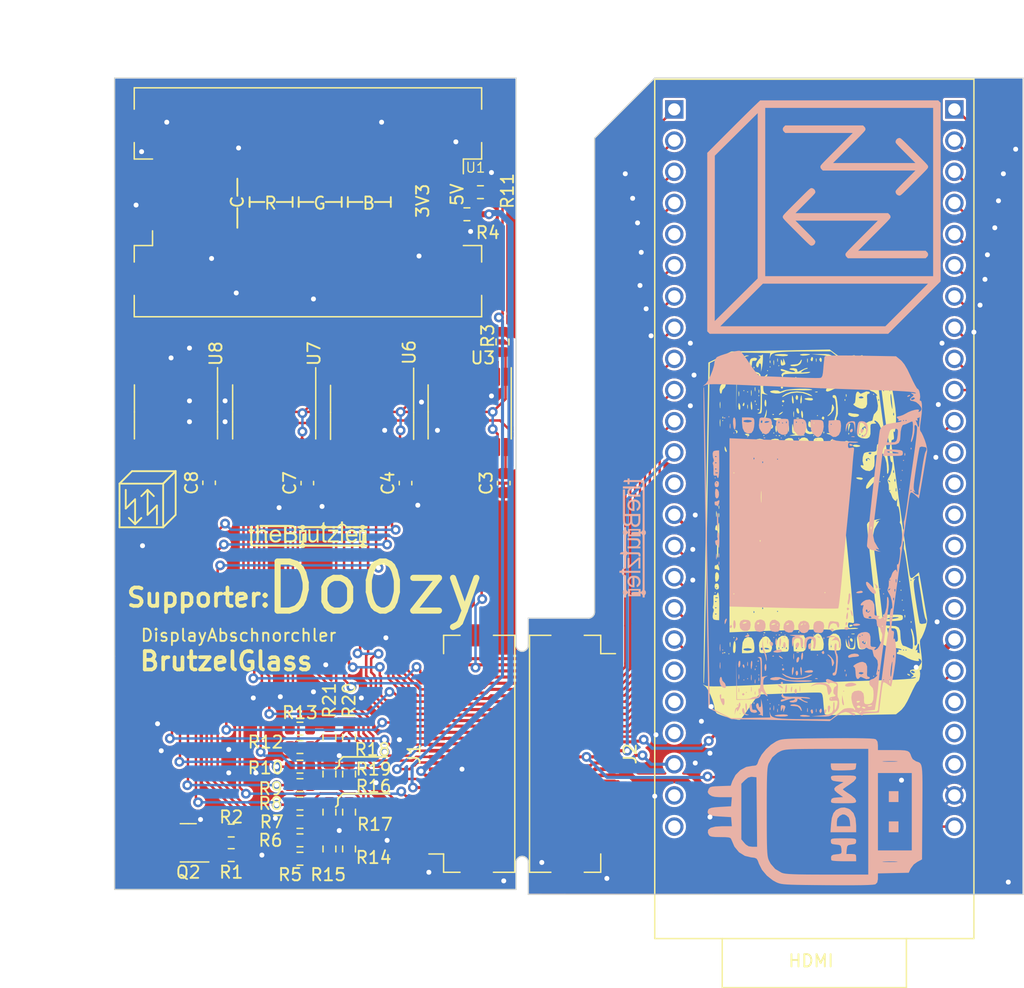
<source format=kicad_pcb>
(kicad_pcb (version 20221018) (generator pcbnew)
  (title_block (title "TTL_HDMI R1gol") (date "2023-03-22") (rev "4.0") (company "theBrutzler"))
  (layers (0 "F.Cu" signal) (31 "B.Cu" signal) (34 "B.Paste" user) (35 "F.Paste" user) (36 "B.SilkS" user "B.Silkscreen") (37 "F.SilkS" user "F.Silkscreen") (38 "B.Mask" user) (39 "F.Mask" user) (44 "Edge.Cuts" user))
  (net 0 "")
  (net 1 "GND")
  (net 2 "VCC")
  (net 3 "+5V")
  (net 4 "B5")
  (net 5 "B4")
  (net 6 "B3")
  (net 7 "B2")
  (net 8 "B1")
  (net 9 "B0")
  (net 10 "G5")
  (net 11 "G4")
  (net 12 "G3")
  (net 13 "G2")
  (net 14 "G1")
  (net 15 "G0")
  (net 16 "R5")
  (net 17 "R4")
  (net 18 "R3")
  (net 19 "R2")
  (net 20 "R1")
  (net 21 "R0")
  (net 22 "CLK")
  (net 23 "+3V3")
  (net 24 "R7")
  (net 25 "R6")
  (net 26 "G7")
  (net 27 "G6")
  (net 28 "B7")
  (net 29 "B6")
  (net 30 "Net-(U1-Pad3)")
  (net 31 "Net-(U1-Pad4)")
  (net 32 "Net-(U1-Pad6)")
  (net 33 "Net-(U1-Pad8)")
  (net 34 "Net-(U1-Pad39)")
  (net 35 "Net-(U1-Pad40)")
  (net 36 "Net-(U1-Pad41)")
  (net 37 "Net-(U1-Pad42)")
  (net 38 "Net-(U1-Pad43)")
  (net 39 "Net-(U1-Pad44)")
  (net 40 "Net-(U1-Pad45)")
  (net 41 "Net-(U1-Pad46)")
  (net 42 "Net-(U1-Pad47)")
  (net 43 "Net-(U1-Pad49)")
  (net 44 "Net-(U1-Pad50)")
  (net 51 "F_OE1")
  (net 52 "DE")
  (net 53 "VS")
  (net 54 "HS")
  (net 55 "F_B4")
  (net 56 "F_B3")
  (net 57 "F_B2")
  (net 58 "F_B1")
  (net 59 "F_B0")
  (net 60 "F_HS")
  (net 61 "F_VS")
  (net 62 "F_DE")
  (net 63 "F_B5")
  (net 64 "F_B6")
  (net 65 "F_B7")
  (net 66 "F_G0")
  (net 67 "F_G1")
  (net 68 "F_G2")
  (net 69 "F_G3")
  (net 70 "F_G4")
  (net 71 "F_G5")
  (net 72 "F_G6")
  (net 73 "F_G7")
  (net 74 "F_R0")
  (net 75 "F_R1")
  (net 76 "F_R2")
  (net 77 "F_R3")
  (net 78 "F_R4")
  (net 79 "F_R5")
  (net 80 "F_R6")
  (net 81 "F_R7")
  (net 82 "F_CLK")
  (net 87 "Net-(R4-Pad1)")
  (net 90 "Net-(Q2-B)")
  (net 99 "/32")
  (net 100 "/31")
  (net 101 "/30")
  (net 102 "/29")
  (net 103 "/28")
  (net 104 "/27")
  (net 105 "/26")
  (net 106 "/25")
  (net 107 "/24")
  (footprint "Resistor_SMD:R_0603_1608Metric" (layer "F.Cu") (at 91.1 135.5)
    (fp_text reference "R5")
    (fp_text value "10K")
  )
  (footprint "Resistor_SMD:R_0603_1608Metric" (layer "F.Cu") (at 91.1 128)
    (fp_text reference "R10")
    (fp_text value "10K")
  )
  (footprint "Resistor_SMD:R_0603_1608Metric" (layer "F.Cu") (at 95.1 134.7 -90)
    (fp_text reference "R14")
    (fp_text value "10K")
  )
  (footprint "Connector_FFC-FPC:Hirose_FH12-32S-0.5SH_1x32-1MP_P0.50mm_Horizontal" (layer "F.Cu") (at 104.1 126.95 90)
    (fp_text reference "J1")
    (fp_text value "Conn_01x32_Pin")
  )
  (footprint "TheBrutzlers_Lib:thebrutzler_10mm_mod" (layer "F.Cu") (at 91.8 109.1)
    (fp_text reference "G***" hide)
    (fp_text value "LOGO" hide)
  )
  (footprint "Resistor_SMD:R_0603_1608Metric" (layer "F.Cu") (at 91.1 124.9)
    (fp_text reference "R13")
    (fp_text value "10K")
  )
  (footprint "Package_SO:TSSOP-20_4.4x6.5mm_P0.65mm" (layer "F.Cu") (at 96.975 99.1375 -90)
    (fp_text reference "U6")
    (fp_text value "74LVX541")
  )
  (footprint "Resistor_SMD:R_0603_1608Metric" (layer "F.Cu") (at 91.1 134)
    (fp_text reference "R6")
    (fp_text value "10K")
  )
  (footprint "Connector_FFC-FPC:Hirose_FH12-50S-0.5SH_1x50-1MP_P0.50mm_Horizontal" (layer "F.Cu") (at 91.75 86.85)
    (fp_text reference "U2" hide)
    (fp_text value "1x50")
  )
  (footprint "Resistor_SMD:R_0603_1608Metric" (layer "F.Cu") (at 95.1 125.6 90)
    (fp_text reference "R20")
    (fp_text value "10K")
  )
  (footprint "Resistor_SMD:R_0603_1608Metric" (layer "F.Cu") (at 93.5 128.6 -90)
    (fp_text reference "R18")
    (fp_text value "10K")
  )
  (footprint "Capacitor_SMD:C_0603_1608Metric" (layer "F.Cu") (at 91.7 104.9 90)
    (fp_text reference "C7")
    (fp_text value "100n")
  )
  (footprint "Connector_FFC-FPC:Hirose_FH12-32S-0.5SH_1x32-1MP_P0.50mm_Horizontal" (layer "F.Cu") (at 114.3 126.95 -90)
    (fp_text reference "J2")
    (fp_text value "Conn_01x32_Pin")
  )
  (footprint "Resistor_SMD:R_0603_1608Metric" (layer "F.Cu") (at 91.1 132.5)
    (fp_text reference "R7")
    (fp_text value "10K")
  )
  (footprint "Connector_FFC-FPC:Hirose_FH12-50S-0.5SH_1x50-1MP_P0.50mm_Horizontal" (layer "F.Cu") (at 91.75 77.2 180)
    (fp_text reference "U1")
    (fp_text value "1x50")
  )
  (footprint "Package_TO_SOT_SMD:SOT-23" (layer "F.Cu") (at 82 134.2 180)
    (fp_text reference "Q2")
    (fp_text value "Q_NPN_BEC")
  )
  (footprint "Package_SO:TSSOP-20_4.4x6.5mm_P0.65mm" (layer "F.Cu") (at 81 99.1 -90)
    (fp_text reference "U8")
    (fp_text value "74LVX541")
  )
  (footprint "Resistor_SMD:R_0603_1608Metric" (layer "F.Cu") (at 95.1 131.7 90)
    (fp_text reference "R17")
    (fp_text value "10K")
  )
  (footprint "Resistor_SMD:R_0603_1608Metric" (layer "F.Cu") (at 93.5 125.6 90)
    (fp_text reference "R21")
    (fp_text value "10K")
  )
  (footprint "Resistor_SMD:R_0603_1608Metric" (layer "F.Cu") (at 105.8 81.2)
    (fp_text reference "R11")
    (fp_text value "0")
  )
  (footprint "Resistor_SMD:R_0603_1608Metric" (layer "F.Cu") (at 107.6 93.4 -90)
    (fp_text reference "R3")
    (fp_text value "10K")
  )
  (footprint "Package_SO:TSSOP-20_4.4x6.5mm_P0.65mm" (layer "F.Cu") (at 89 99.1 -90)
    (fp_text reference "U7")
    (fp_text value "74LVX541")
  )
  (footprint "Resistor_SMD:R_0603_1608Metric" (layer "F.Cu") (at 104.7 83)
    (fp_text reference "R4")
    (fp_text value "0")
  )
  (footprint "Resistor_SMD:R_0603_1608Metric" (layer "F.Cu") (at 91.1 131)
    (fp_text reference "R8")
    (fp_text value "10K")
  )
  (footprint "TheBrutzlers_Lib:Nano 9K" (layer "F.Cu") (at 133 77 -90)
    (fp_text reference "U5" hide)
    (fp_text value "NANO_9K")
  )
  (footprint "Resistor_SMD:R_0603_1608Metric" (layer "F.Cu") (at 85.5 135.2)
    (fp_text reference "R1")
    (fp_text value "10K")
  )
  (footprint "Resistor_SMD:R_0603_1608Metric" (layer "F.Cu") (at 93.5 134.7 -90)
    (fp_text reference "R15")
    (fp_text value "10K")
  )
  (footprint "KicadLibs:DS1054Z" (layer "F.Cu") (at 133 109 90)
    (fp_text reference "G***" hide)
    (fp_text value "LOGO" hide)
  )
  (footprint "TheBrutzlers_Lib:Symbol_kurzschlussblog" (layer "F.Cu") (at 76.4015 108.4985)
    (fp_text reference "SM3" hide)
    (fp_text value "SYM_Arrow45_Tiny" hide)
  )
  (footprint "Capacitor_SMD:C_0603_1608Metric" (layer "F.Cu") (at 83.7 104.875 90)
    (fp_text reference "C8")
    (fp_text value "100n")
  )
  (footprint "Package_SO:TSSOP-20_4.4x6.5mm_P0.65mm" (layer "F.Cu") (at 104.925 99.1 -90)
    (fp_text reference "U3")
    (fp_text value "74LVX541")
  )
  (footprint "Capacitor_SMD:C_0603_1608Metric" (layer "F.Cu") (at 107.7 104.9 90)
    (fp_text reference "C3")
    (fp_text value "100n")
  )
  (footprint "Resistor_SMD:R_0603_1608Metric" (layer "F.Cu") (at 91.1 126.4)
    (fp_text reference "R12")
    (fp_text value "10K")
  )
  (footprint "Resistor_SMD:R_0603_1608Metric" (layer "F.Cu") (at 95.1 128.6 -90)
    (fp_text reference "R19")
    (fp_text value "10K")
  )
  (footprint "Resistor_SMD:R_0603_1608Metric" (layer "F.Cu") (at 85.5 133.2 180)
    (fp_text reference "R2")
    (fp_text value "100K")
  )
  (footprint "Resistor_SMD:R_0603_1608Metric" (layer "F.Cu") (at 93.5 131.7 90)
    (fp_text reference "R16")
    (fp_text value "10K")
  )
  (footprint "Capacitor_SMD:C_0603_1608Metric" (layer "F.Cu") (at 99.7 104.9 90)
    (fp_text reference "C4")
    (fp_text value "100n")
  )
  (footprint "Resistor_SMD:R_0603_1608Metric" (layer "F.Cu") (at 91.1 129.5)
    (fp_text reference "R9")
    (fp_text value "10K")
  )
  (footprint "TheBrutzlers_Lib:thebrutzler_10mm_mod" (layer "B.Cu") (at 118.2 109.4 -90)
    (fp_text reference "G***" hide)
    (fp_text value "LOGO" hide)
  )
  (footprint "KicadLibs:DS1054Z" (layer "B.Cu") (at 133 109.3 -90)
    (fp_text reference "G***" hide)
    (fp_text value "LOGO" hide)
  )
  (footprint "KicadLibs:HDMI_STECKA" (layer "B.Cu") (at 133.75 132.75 90)
    (fp_text reference "G***" hide)
    (fp_text value "LOGO" hide)
  )
  (footprint "TheBrutzlers_Lib:Symbol_kurzschlussblog_20mm" (layer "B.Cu") (at 133.9 83.2 -90)
    (fp_text reference "G***" hide)
    (fp_text value "LOGO" hide)
  )
  (gr_line (start 94.2 130.6) (end 94.18875 131.118629) (stroke (width 0.15)) (layer "F.SilkS"))
  (gr_line (start 94.5 82) (end 94.5 82.4) (stroke (width 0.15)) (layer "F.SilkS"))
  (gr_line (start 90.5 82) (end 90.5 81.6) (stroke (width 0.15)) (layer "F.SilkS"))
  (gr_line (start 86 82.5) (end 86 84.1) (stroke (width 0.15)) (layer "F.SilkS"))
  (gr_line (start 98.5 82) (end 98.5 81.6) (stroke (width 0.15)) (layer "F.SilkS"))
  (gr_line (start 98.2 127.2) (end 94.6 127.2) (stroke (width 0.15)) (layer "F.SilkS"))
  (gr_line (start 93.2 82) (end 94.5 82) (stroke (width 0.15)) (layer "F.SilkS"))
  (gr_line (start 94.6 127.2) (end 94.3 127.5) (stroke (width 0.15)) (layer "F.SilkS"))
  (gr_line (start 94.5 82) (end 94.5 81.6) (stroke (width 0.15)) (layer "F.SilkS"))
  (gr_line (start 87 81.6) (end 87 82.4) (stroke (width 0.15)) (layer "F.SilkS"))
  (gr_line (start 89.2 82) (end 90.5 82) (stroke (width 0.15)) (layer "F.SilkS"))
  (gr_line (start 86 80.1) (end 86 81.5) (stroke (width 0.15)) (layer "F.SilkS"))
  (gr_line (start 95 82.4) (end 95 82) (stroke (width 0.15)) (layer "F.SilkS"))
  (gr_line (start 94.3 127.9) (end 94.3 127.5) (stroke (width 0.15)) (layer "F.SilkS"))
  (gr_line (start 91 82.4) (end 91 82) (stroke (width 0.15)) (layer "F.SilkS"))
  (gr_line (start 97.2 82) (end 98.5 82) (stroke (width 0.15)) (layer "F.SilkS"))
  (gr_line (start 90.5 82) (end 90.5 82.4) (stroke (width 0.15)) (layer "F.SilkS"))
  (gr_line (start 88.2 82) (end 87 82) (stroke (width 0.15)) (layer "F.SilkS"))
  (gr_line (start 96.2 82) (end 95 82) (stroke (width 0.15)) (layer "F.SilkS"))
  (gr_line (start 95 81.6) (end 95 82.4) (stroke (width 0.15)) (layer "F.SilkS"))
  (gr_line (start 87 82.4) (end 87 82) (stroke (width 0.15)) (layer "F.SilkS"))
  (gr_line (start 94.3 127.9) (end 94 128.2) (stroke (width 0.15)) (layer "F.SilkS"))
  (gr_line (start 94.18875 131.118629) (end 94.01125 131.281371) (stroke (width 0.15)) (layer "F.SilkS"))
  (gr_line (start 98.5 82) (end 98.5 82.4) (stroke (width 0.15)) (layer "F.SilkS"))
  (gr_line (start 98.4 130.2) (end 94.6 130.2) (stroke (width 0.15)) (layer "F.SilkS"))
  (gr_line (start 94.6 130.2) (end 94.2 130.6) (stroke (width 0.15)) (layer "F.SilkS"))
  (gr_line (start 92.2 82) (end 91 82) (stroke (width 0.15)) (layer "F.SilkS"))
  (gr_line (start 91 81.6) (end 91 82.4) (stroke (width 0.15)) (layer "F.SilkS"))
  (gr_line (start 109.7 118.1) (end 109.7 115.9) (stroke (width 0.1)) (layer "Edge.Cuts"))
  (gr_line (start 114.6 115.9) (end 109.7 115.9) (stroke (width 0.1)) (layer "Edge.Cuts"))
  (gr_line (start 120 71.9) (end 115.1 76.8) (stroke (width 0.1)) (layer "Edge.Cuts"))
  (gr_line (start 76 119) (end 76 71.9) (stroke (width 0.1)) (layer "Edge.Cuts"))
  (gr_line (start 115.1 76.8) (end 115.1 115.4) (stroke (width 0.1)) (layer "Edge.Cuts"))
  (gr_line (start 108.7 135.8) (end 108.7 138) (stroke (width 0.1)) (layer "Edge.Cuts"))
  (gr_line (start 108.7 138) (end 76 138) (stroke (width 0.1)) (layer "Edge.Cuts"))
  (gr_line (start 109.7 138.4) (end 150 138.4) (stroke (width 0.1)) (layer "Edge.Cuts"))
  (gr_line (start 109.7 135.8) (end 109.7 138.4) (stroke (width 0.1)) (layer "Edge.Cuts"))
  (gr_line (start 108.7 118.1) (end 108.7 71.9) (stroke (width 0.1)) (layer "Edge.Cuts"))
  (gr_arc (start 109.7 118.1) (mid 109.2 118.6) (end 108.7 118.1) (stroke (width 0.1)) (layer "Edge.Cuts"))
  (gr_arc (start 115.1 115.4) (mid 114.953553 115.753553) (end 114.6 115.9) (stroke (width 0.1)) (layer "Edge.Cuts"))
  (gr_line (start 120 71.9) (end 150 71.9) (stroke (width 0.1)) (layer "Edge.Cuts"))
  (gr_line (start 108.7 71.9) (end 76 71.9) (stroke (width 0.1)) (layer "Edge.Cuts"))
  (gr_line (start 76 119) (end 76 138) (stroke (width 0.1)) (layer "Edge.Cuts"))
  (gr_arc (start 108.7 135.8) (mid 109.2 135.3) (end 109.7 135.8) (stroke (width 0.1)) (layer "Edge.Cuts"))
  (gr_line (start 150 71.9) (end 150 138.4) (stroke (width 0.1)) (layer "Edge.Cuts"))
  (gr_text "C" (at 86 82 90) (layer "F.SilkS") (effects (font (size 1 1))))
  (gr_text "5V" (at 103.9 81.4 90) (layer "F.SilkS") (effects (font (size 1 1))))
  (gr_text "B" (at 96.7 82.1) (layer "F.SilkS") (effects (font (size 1 1))))
  (gr_text "Supporter:" (at 76.85 115.1) (layer "F.SilkS") (effects (font (size 1.5 1.5) (thickness 0.3) bold) (justify left bottom)))
  (gr_text "R" (at 88.7 82.1) (layer "F.SilkS") (effects (font (size 1 1))))
  (gr_text "BrutzelGlass" (at 85.1 119.4) (layer "F.SilkS") (effects (font (size 1.5 1.5) (thickness 0.3))))
  (gr_text "Do0zy" (at 88 115.8) (layer "F.SilkS") (effects (font (size 4 4) (thickness 0.5)) (justify left bottom)))
  (gr_text "3V3" (at 101.1 81.9 90) (layer "F.SilkS") (effects (font (size 1 1))))
  (gr_text "G" (at 92.7 82.1) (layer "F.SilkS") (effects (font (size 1 1))))
  (gr_text "DisplayAbschnorchler" (at 86.1 117.3) (layer "F.SilkS") (effects (font (size 1 1))))
  (segment (start 93.5 127.775) (end 94.175 127.1) (width 0.2) (layer "F.Cu") (net 1))
  (segment (start 120.1 127.5) (end 119.5 128.1) (width 0.5) (layer "F.Cu") (net 1))
  (segment (start 113.739712 128.2) (end 113.913713 128.374001) (width 0.25) (layer "F.Cu") (net 1))
  (segment (start 118.575499 128.124501) (end 118.6 128.1) (width 0.25) (layer "F.Cu") (net 1))
  (segment (start 85.5 79.05) (end 85.5 85) (width 0.2) (layer "F.Cu") (net 1))
  (segment (start 120.1 126.5) (end 120.1 127.5) (width 0.5) (layer "F.Cu") (net 1))
  (segment (start 120.1 126.5) (end 120.1 125.4) (width 0.5) (layer "F.Cu") (net 1))
  (segment (start 93.625 132.525) (end 94.3 133.2) (width 0.2) (layer "F.Cu") (net 1))
  (segment (start 94.425 127.1) (end 94.3 127.1) (width 0.2) (layer "F.Cu") (net 1))
  (segment (start 117.063031 128.124501) (end 118.575499 128.124501) (width 0.25) (layer "F.Cu") (net 1))
  (segment (start 115.100411 128.2) (end 116.15 128.2) (width 0.25) (layer "F.Cu") (net 1))
  (segment (start 94.975 126.425) (end 94.3 127.1) (width 0.2) (layer "F.Cu") (net 1))
  (segment (start 95.1 126.425) (end 94.975 126.425) (width 0.2) (layer "F.Cu") (net 1))
  (segment (start 93.5 133.875) (end 93.625 133.875) (width 0.2) (layer "F.Cu") (net 1))
  (segment (start 114.92641 128.374001) (end 115.100411 128.2) (width 0.25) (layer "F.Cu") (net 1))
  (segment (start 113.913713 128.374001) (end 114.92641 128.374001) (width 0.25) (layer "F.Cu") (net 1))
  (segment (start 102 85) (end 102 79.05) (width 0.2) (layer "F.Cu") (net 1))
  (segment (start 123.6 126.5) (end 123.9 126.8) (width 0.5) (layer "F.Cu") (net 1))
  (segment (start 82.9375 133.25) (end 82.9375 132.3625) (width 0.2) (layer "F.Cu") (net 1))
  (segment (start 116.987532 128.2) (end 117.063031 128.124501) (width 0.25) (layer "F.Cu") (net 1))
  (segment (start 116.15 128.2) (end 116.987532 128.2) (width 0.25) (layer "F.Cu") (net 1))
  (segment (start 119.5 128.1) (end 118.6 128.1) (width 0.5) (layer "F.Cu") (net 1))
  (segment (start 94.975 132.525) (end 94.3 133.2) (width 0.2) (layer "F.Cu") (net 1))
  (segment (start 123.9 126.8) (end 124.4 126.8) (width 0.5) (layer "F.Cu") (net 1))
  (segment (start 93.625 133.875) (end 94.3 133.2) (width 0.2) (layer "F.Cu") (net 1))
  (segment (start 93.5 126.425) (end 93.625 126.425) (width 0.2) (layer "F.Cu") (net 1))
  (segment (start 82.9375 132.3625) (end 83 132.3) (width 0.2) (layer "F.Cu") (net 1))
  (segment (start 94.975 133.875) (end 94.3 133.2) (width 0.2) (layer "F.Cu") (net 1))
  (segment (start 104.3 128.2) (end 113.739712 128.2) (width 0.25) (layer "F.Cu") (net 1))
  (segment (start 94.175 127.1) (end 94.3 127.1) (width 0.2) (layer "F.Cu") (net 1))
  (segment (start 120.1 125.4) (end 120.100001 125.400001) (width 0.25) (layer "F.Cu") (net 1))
  (segment (start 120.1 126.5) (end 123.6 126.5) (width 0.5) (layer "F.Cu") (net 1))
  (segment (start 86.5 79.05) (end 86.5 85) (width 0.2) (layer "F.Cu") (net 1))
  (segment (start 95.1 133.875) (end 94.975 133.875) (width 0.2) (layer "F.Cu") (net 1))
  (segment (start 84.675 133.2) (end 82.9875 133.2) (width 0.2) (layer "F.Cu") (net 1))
  (segment (start 80.5 85) (end 80.5 79.05) (width 0.2) (layer "F.Cu") (net 1))
  (segment (start 93.625 126.425) (end 94.3 127.1) (width 0.2) (layer "F.Cu") (net 1))
  (segment (start 82.9875 133.2) (end 82.9375 133.25) (width 0.2) (layer "F.Cu") (net 1))
  (segment (start 102.25 128.2) (end 104.3 128.2) (width 0.25) (layer "F.Cu") (net 1))
  (segment (start 124.4 126.8) (end 124.5 126.9) (width 0.25) (layer "F.Cu") (net 1))
  (segment (start 95.1 127.775) (end 94.425 127.1) (width 0.2) (layer "F.Cu") (net 1))
  (segment (start 93.5 132.525) (end 93.625 132.525) (width 0.2) (layer "F.Cu") (net 1))
  (segment (start 95.1 132.525) (end 94.975 132.525) (width 0.2) (layer "F.Cu") (net 1))
  (via (at 143 116.2) (size 0.8) (drill 0.4) (layers "F.Cu" "B.Cu") (net 1))
  (via (at 82.1 98.2) (size 0.8) (drill 0.4) (layers "F.Cu" "B.Cu") (net 1))
  (via (at 123.2 96.1) (size 0.8) (drill 0.4) (layers "F.Cu" "B.Cu") (net 1))
  (via (at 107.7 137.3) (size 0.8) (drill 0.4) (layers "F.Cu" "B.Cu") (net 1))
  (via (at 98.1 117.5) (size 0.8) (drill 0.4) (layers "F.Cu" "B.Cu") (net 1))
  (via (at 94.3 133.2) (size 0.8) (drill 0.4) (layers "F.Cu" "B.Cu") (net 1))
  (via (at 118.9 86.1) (size 0.8) (drill 0.4) (layers "F.Cu" "B.Cu") (net 1))
  (via (at 110.8 135.8) (size 0.8) (drill 0.4) (layers "F.Cu" "B.Cu") (net 1))
  (via (at 146.9 88.3) (size 0.8) (drill 0.4) (layers "F.Cu" "B.Cu") (net 1))
  (via (at 123.1 112.8) (size 0.8) (drill 0.4) (layers "F.Cu" "B.Cu") (net 1))
  (via (at 82.1 93.9) (size 0.8) (drill 0.4) (layers "F.Cu" "B.Cu") (net 1))
  (via (at 123.1 110.3) (size 0.8) (drill 0.4) (layers "F.Cu" "B.Cu") (net 1))
  (via (at 100.7 106.7) (size 0.8) (drill 0.4) (layers "F.Cu" "B.Cu") (net 1))
  (via (at 82.1 99.9) (size 0.8) (drill 0.4) (layers "F.Cu" "B.Cu") (net 1))
  (via (at 89.4 106.9) (size 0.8) (drill 0.4) (layers "F.Cu" "B.Cu") (net 1))
  (via (at 97.3 129.3) (size 0.8) (drill 0.4) (layers "F.Cu" "B.Cu") (net 1))
  (via (at 102.3 100.6) (size 0.8) (drill 0.4) (layers "F.Cu" "B.Cu") (net 1))
  (via (at 85.3 128.5) (size 0.8) (drill 0.4) (layers "F.Cu" "B.Cu") (net 1))
  (via (at 116.1 137.1) (size 0.8) (drill 0.4) (layers "F.Cu" "B.Cu") (net 1))
  (via (at 143.1 98.5) (size 0.8) (drill 0.4) (layers "F.Cu" "B.Cu") (net 1))
  (via (at 85 99.9) (size 0.8) (drill 0.4) (layers "F.Cu" "B.Cu") (net 1))
  (via (at 143.4 93.5) (size 0.8) (drill 0.4) (layers "F.Cu" "B.Cu") (net 1))
  (via (at 124.5 126.9) (size 0.8) (drill 0.4) (layers "F.Cu" "B.Cu") (net 1))
  (via (at 97.75 75.5) (size 0.8) (drill 0.4) (layers "F.Cu" "B.Cu") (net 1))
  (via (at 104.3 128.2) (size 0.8) (drill 0.4) (layers "F.Cu" "B.Cu") (net 1))
  (via (at 92.2 89.9) (size 0.8) (drill 0.4) (layers "F.Cu" "B.Cu") (net 1))
  (via (at 88 135.2) (size 0.8) (drill 0.4) (layers "F.Cu" "B.Cu") (net 1))
  (via (at 93.2 119.7) (size 0.8) (drill 0.4) (layers "F.Cu" "B.Cu") (net 1))
  (via (at 122.9 93.5) (size 0.8) (drill 0.4) (layers "F.Cu" "B.Cu") (net 1))
  (via (at 92.2 121.9) (size 0.8) (drill 0.4) (layers "F.Cu" "B.Cu") (net 1))
  (via (at 148.8 137.4) (size 0.8) (drill 0.4) (layers "F.Cu" "B.Cu") (net 1))
  (via (at 146 92.6) (size 0.8) (drill 0.4) (layers "F.Cu" "B.Cu") (net 1))
  (via (at 78.2 77.9) (size 0.8) (drill 0.4) (layers "F.Cu" "B.Cu") (net 1))
  (via (at 106.7 79.6) (size 0.8) (drill 0.4) (layers "F.Cu" "B.Cu") (net 1))
  (via (at 87.5 128.5) (size 0.8) (drill 0.4) (layers "F.Cu" "B.Cu") (net 1))
  (via (at 123.3 107.5) (size 0.8) (drill 0.4) (layers "F.Cu" "B.Cu") (net 1))
  (via (at 85.3 126.6) (size 0.8) (drill 0.4) (layers "F.Cu" "B.Cu") (net 1))
  (via (at 101.6 136.6) (size 0.8) (drill 0.4) (layers "F.Cu" "B.Cu") (net 1))
  (via (at 120.100001 125.400001) (size 0.8) (drill 0.4) (layers "F.Cu" "B.Cu") (net 1))
  (via (at 80.6 94.7) (size 0.8) (drill 0.4) (layers "F.Cu" "B.Cu") (net 1))
  (via (at 79.5 124.5) (size 0.8) (drill 0.4) (layers "F.Cu" "B.Cu") (net 1))
  (via (at 103.8 77.1) (size 0.8) (drill 0.4) (layers "F.Cu" "B.Cu") (net 1))
  (via (at 118.6 83.7) (size 0.8) (drill 0.4) (layers "F.Cu" "B.Cu") (net 1))
  (via (at 122.9 98.6) (size 0.8) (drill 0.4) (layers "F.Cu" "B.Cu") (net 1))
  (via (at 142.9 102.8) (size 0.8) (drill 0.4) (layers "F.Cu" "B.Cu") (net 1))
  (via (at 87.299001 122.4) (size 0.8) (drill 0.4) (layers "F.Cu" "B.Cu") (net 1))
  (via (at 118.2 81.7) (size 0.8) (drill 0.4) (layers "F.Cu" "B.Cu") (net 1))
  (via (at 78.2745 110) (size 0.8) (drill 0.4) (layers "F.Cu" "B.Cu") (net 1))
  (via (at 119.7 92.9) (size 0.8) (drill 0.4) (layers "F.Cu" "B.Cu") (net 1))
  (via (at 146.5 90.4) (size 0.8) (drill 0.4) (layers "F.Cu" "B.Cu") (net 1))
  (via (at 105 84.4) (size 0.8) (drill 0.4) (layers "F.Cu" "B.Cu") (net 1))
  (via (at 117.6 79.7) (size 0.8) (drill 0.4) (layers "F.Cu" "B.Cu") (net 1))
  (via (at 98.2 134) (size 0.8) (drill 0.4) (layers "F.Cu" "B.Cu") (net 1))
  (via (at 85 98.2) (size 0.8) (drill 0.4) (layers "F.Cu" "B.Cu") (net 1))
  (via (at 149.4 77.7) (size 0.8) (drill 0.4) (layers "F.Cu" "B.Cu") (net 1))
  (via (at 106.7 97.8) (size 0.8) (drill 0.4) (layers "F.Cu" "B.Cu") (net 1))
  (via (at 147.7 84.1) (size 0.8) (drill 0.4) (layers "F.Cu" "B.Cu") (net 1))
  (via (at 83 132.3) (size 0.8) (drill 0.4) (layers "F.Cu" "B.Cu") (net 1))
  (via (at 100.8 86.4) (size 0.8) (drill 0.4) (layers "F.Cu" "B.Cu") (net 1))
  (via (at 123.8 124.3) (size 0.8) (drill 0.4) (layers "F.Cu" "B.Cu") (net 1))
  (via (at 147.1 86.3) (size 0.8) (drill 0.4) (layers "F.Cu" "B.Cu") (net 1))
  (via (at 141.3 119.9) (size 0.8) (drill 0.4) (layers "F.Cu" "B.Cu") (net 1))
  (via (at 98 100.6) (size 0.8) (drill 0.4) (layers "F.Cu" "B.Cu") (net 1))
  (via (at 120 130.4) (size 0.8) (drill 0.4) (layers "F.Cu" "B.Cu") (net 1))
  (via (at 101 98.3) (size 0.8) (drill 0.4) (layers "F.Cu" "B.Cu") (net 1))
  (via (at 79.8 126.7) (size 0.8) (drill 0.4) (layers "F.Cu" "B.Cu") (net 1))
  (via (at 119.3 90.7) (size 0.8) (drill 0.4) (layers "F.Cu" "B.Cu") (net 1))
  (via (at 124.6 123.1) (size 0.8) (drill 0.4) (layers "F.Cu" "B.Cu") (net 1))
  (via (at 92.9 106.8) (size 0.8) (drill 0.4) (layers "F.Cu" "B.Cu") (net 1))
  (via (at 86.1 77.6) (size 0.8) (drill 0.4) (layers "F.Cu" "B.Cu") (net 1))
  (via (at 89.1 132.2) (size 0.8) (drill 0.4) (layers "F.Cu" "B.Cu") (net 1))
  (via (at 124.5 132.1) (size 0.8) (drill 0.4) (layers "F.Cu" "B.Cu") (net 1))
  (via (at 89.5 122.3) (size 0.8) (drill 0.4) (layers "F.Cu" "B.Cu") (net 1))
  (via (at 99.2 125.8) (size 0.8) (drill 0.4) (layers "F.Cu" "B.Cu") (net 1))
  (via (at 148.4 79.7) (size 0.8) (drill 0.4) (layers "F.Cu" "B.Cu") (net 1))
  (via (at 94.3 127.1) (size 0.8) (drill 0.4) (layers "F.Cu" "B.Cu") (net 1))
  (via (at 123.3 127.7) (size 0.8) (drill 0.4) (layers "F.Cu" "B.Cu") (net 1))
  (via (at 77.75 82.25) (size 0.8) (drill 0.4) (layers "F.Cu" "B.Cu") (net 1))
  (via (at 118.8 88.8) (size 0.8) (drill 0.4) (layers "F.Cu" "B.Cu") (net 1))
  (via (at 148 81.9) (size 0.8) (drill 0.4) (layers "F.Cu" "B.Cu") (net 1))
  (via (at 96.1 122.4) (size 0.8) (drill 0.4) (layers "F.Cu" "B.Cu") (net 1))
  (via (at 80.25 75.5) (size 0.8) (drill 0.4) (layers "F.Cu" "B.Cu") (net 1))
  (via (at 140.1 129.1) (size 0.8) (drill 0.4) (layers "F.Cu" "B.Cu") (net 1))
  (via (at 85.909602 89.409602) (size 0.8) (drill 0.4) (layers "F.Cu" "B.Cu") (net 1))
  (via (at 83.9 86.6) (size 0.8) (drill 0.4) (layers "F.Cu" "B.Cu") (net 1))
  (segment (start 104.475 78.075) (end 101.025 78.075) (width 0.25) (layer "F.Cu") (net 2))
  (segment (start 104.975 78.575) (end 104.475 78.075) (width 0.25) (layer "F.Cu") (net 2))
  (segment (start 101 85) (end 101 79.05) (width 0.2) (layer "F.Cu") (net 2))
  (segment (start 104.975 81.2) (end 104.975 78.575) (width 0.25) (layer "F.Cu") (net 2))
  (segment (start 101.025 78.075) (end 101 78.1) (width 0.25) (layer "F.Cu") (net 2))
  (segment (start 101 78.1) (end 101 79.05) (width 0.25) (layer "F.Cu") (net 2))
  (segment (start 118.36375 129.052994) (end 118.455006 129.052994) (width 0.5) (layer "F.Cu") (net 3))
  (segment (start 118.455006 129.052994) (end 118.501513 129.099501) (width 0.5) (layer "F.Cu") (net 3))
  (segment (start 103.775402 128.7) (end 103.999902 128.9245) (width 0.25) (layer "F.Cu") (net 3))
  (segment (start 116.15 128.7) (end 117.3 128.7) (width 0.25) (layer "F.Cu") (net 3))
  (segment (start 106.5 83) (end 105.525 83) (width 0.5) (layer "F.Cu") (net 3))
  (segment (start 117.3 128.7) (end 118.010756 128.7) (width 0.5) (layer "F.Cu") (net 3))
  (segment (start 123.6 130.2) (end 141.1 130.2) (width 0.5) (layer "F.Cu") (net 3))
  (segment (start 122.499501 129.099501) (end 123.6 130.2) (width 0.5) (layer "F.Cu") (net 3))
  (segment (start 118.501513 129.099501) (end 122.499501 129.099501) (width 0.5) (layer "F.Cu") (net 3))
  (segment (start 104.800098 128.9245) (end 104.901096 128.823502) (width 0.25) (layer "F.Cu") (net 3))
  (segment (start 115.112599 128.823502) (end 115.236101 128.7) (width 0.25) (layer "F.Cu") (net 3))
  (segment (start 142.55 119.49845) (end 144.40845 117.64) (width 0.5) (layer "F.Cu") (net 3))
  (segment (start 102.25 128.7) (end 103.775402 128.7) (width 0.25) (layer "F.Cu") (net 3))
  (segment (start 142.55 128.75) (end 142.55 119.49845) (width 0.5) (layer "F.Cu") (net 3))
  (segment (start 141.1 130.2) (end 142.55 128.75) (width 0.5) (layer "F.Cu") (net 3))
  (segment (start 103.999902 128.9245) (end 104.800098 128.9245) (width 0.25) (layer "F.Cu") (net 3))
  (segment (start 115.236101 128.7) (end 116.15 128.7) (width 0.25) (layer "F.Cu") (net 3))
  (segment (start 104.901096 128.823502) (end 115.112599 128.823502) (width 0.25) (layer "F.Cu") (net 3))
  (segment (start 102.25 128.7) (end 101.305069 128.7) (width 0.25) (layer "F.Cu") (net 3))
  (segment (start 118.010756 128.7) (end 118.36375 129.052994) (width 0.5) (layer "F.Cu") (net 3))
  (segment (start 101.305069 128.7) (end 100.962136 128.357067) (width 0.25) (layer "F.Cu") (net 3))
  (via (at 106.5 83) (size 0.8) (drill 0.4) (layers "F.Cu" "B.Cu") (net 3))
  (via (at 100.962136 128.357067) (size 0.8) (drill 0.4) (layers "F.Cu" "B.Cu") (net 3))
  (segment (start 107.4 82.9) (end 108.25 83.75) (width 0.5) (layer "B.Cu") (net 3))
  (segment (start 106.6 82.9) (end 107.4 82.9) (width 0.5) (layer "B.Cu") (net 3))
  (segment (start 106.5 83) (end 106.6 82.9) (width 0.5) (layer "B.Cu") (net 3))
  (segment (start 108.25 121.15) (end 101.042933 128.357067) (width 0.5) (layer "B.Cu") (net 3))
  (segment (start 101.042933 128.357067) (end 100.962136 128.357067) (width 0.5) (layer "B.Cu") (net 3))
  (segment (start 108.25 83.75) (end 108.25 121.15) (width 0.5) (layer "B.Cu") (net 3))
  (segment (start 98.002495 88.634502) (end 98.002495 88.502495) (width 0.2) (layer "F.Cu") (net 4))
  (segment (start 103.95 96.2375) (end 103.95 94.582007) (width 0.2) (layer "F.Cu") (net 4))
  (segment (start 97.5 88) (end 97.5 85) (width 0.2) (layer "F.Cu") (net 4))
  (segment (start 97.5 79.05) (end 97.5 85) (width 0.2) (layer "F.Cu") (net 4))
  (segment (start 98.002495 88.502495) (end 97.5 88) (width 0.2) (layer "F.Cu") (net 4))
  (segment (start 103.95 94.582007) (end 98.002495 88.634502) (width 0.2) (layer "F.Cu") (net 4))
  (segment (start 103.3 94.496987) (end 97.602994 88.799981) (width 0.2) (layer "F.Cu") (net 5))
  (segment (start 97 79.05) (end 97 85) (width 0.2) (layer "F.Cu") (net 5))
  (segment (start 103.3 96.2375) (end 103.3 94.496987) (width 0.2) (layer "F.Cu") (net 5))
  (segment (start 97.602994 88.66868) (end 97 88.065686) (width 0.2) (layer "F.Cu") (net 5))
  (segment (start 97.602994 88.799981) (end 97.602994 88.66868) (width 0.2) (layer "F.Cu") (net 5))
  (segment (start 97 88.065686) (end 97 85) (width 0.2) (layer "F.Cu") (net 5))
  (segment (start 97.203493 88.96546) (end 97.203493 88.834159) (width 0.2) (layer "F.Cu") (net 6))
  (segment (start 97.203493 88.834159) (end 96.5 88.130666) (width 0.2) (layer "F.Cu") (net 6))
  (segment (start 96.5 88.130666) (end 96.5 85) (width 0.2) (layer "F.Cu") (net 6))
  (segment (start 102.65 94.411967) (end 97.203493 88.96546) (width 0.2) (layer "F.Cu") (net 6))
  (segment (start 96.5 79.05) (end 96.5 85) (width 0.2) (layer "F.Cu") (net 6))
  (segment (start 102.65 96.2375) (end 102.65 94.411967) (width 0.2) (layer "F.Cu") (net 6))
  (segment (start 96.803992 89.130939) (end 96.803992 89.000343) (width 0.2) (layer "F.Cu") (net 7))
  (segment (start 96.803992 89.000343) (end 96 88.196351) (width 0.2) (layer "F.Cu") (net 7))
  (segment (start 99.25 96.275) (end 99.25 91.576947) (width 0.2) (layer "F.Cu") (net 7))
  (segment (start 96 79.05) (end 96 85) (width 0.2) (layer "F.Cu") (net 7))
  (segment (start 99.25 91.576947) (end 96.803992 89.130939) (width 0.2) (layer "F.Cu") (net 7))
  (segment (start 96 88.196351) (end 96 85) (width 0.2) (layer "F.Cu") (net 7))
  (segment (start 98.6 91.491927) (end 96.404491 89.296418) (width 0.2) (layer "F.Cu") (net 8))
  (segment (start 95.5 88.261332) (end 95.5 85) (width 0.2) (layer "F.Cu") (net 8))
  (segment (start 95.5 79.05) (end 95.5 85) (width 0.2) (layer "F.Cu") (net 8))
  (segment (start 96.404491 89.165823) (end 95.5 88.261332) (width 0.2) (layer "F.Cu") (net 8))
  (segment (start 98.6 96.275) (end 98.6 91.491927) (width 0.2) (layer "F.Cu") (net 8))
  (segment (start 96.404491 89.296418) (end 96.404491 89.165823) (width 0.2) (layer "F.Cu") (net 8))
  (segment (start 96.00499 89.332007) (end 95 88.327017) (width 0.2) (layer "F.Cu") (net 9))
  (segment (start 95 79.05) (end 95 85) (width 0.2) (layer "F.Cu") (net 9))
  (segment (start 97.95 96.275) (end 97.95 91.406907) (width 0.2) (layer "F.Cu") (net 9))
  (segment (start 95 88.327017) (end 95 85) (width 0.2) (layer "F.Cu") (net 9))
  (segment (start 96.00499 89.461897) (end 96.00499 89.332007) (width 0.2) (layer "F.Cu") (net 9))
  (segment (start 97.95 91.406907) (end 96.00499 89.461897) (width 0.2) (layer "F.Cu") (net 9))
  (segment (start 94.806487 89.829151) (end 93.5 88.522664) (width 0.2) (layer "F.Cu") (net 10))
  (segment (start 94.806487 89.958334) (end 94.806487 89.829151) (width 0.2) (layer "F.Cu") (net 10))
  (segment (start 93.5 79.05) (end 93.5 85) (width 0.2) (layer "F.Cu") (net 10))
  (segment (start 96 91.151847) (end 94.806487 89.958334) (width 0.2) (layer "F.Cu") (net 10))
  (segment (start 93.5 88.522664) (end 93.5 85) (width 0.2) (layer "F.Cu") (net 10))
  (segment (start 96 96.275) (end 96 91.151847) (width 0.2) (layer "F.Cu") (net 10))
  (segment (start 95.35 91.066827) (end 94.406986 90.123813) (width 0.2) (layer "F.Cu") (net 11))
  (segment (start 93 88.588349) (end 93 85) (width 0.2) (layer "F.Cu") (net 11))
  (segment (start 93 79.05) (end 93 85) (width 0.2) (layer "F.Cu") (net 11))
  (segment (start 94.406986 89.995335) (end 93 88.588349) (width 0.2) (layer "F.Cu") (net 11))
  (segment (start 94.406986 90.123813) (end 94.406986 89.995335) (width 0.2) (layer "F.Cu") (net 11))
  (segment (start 95.35 96.275) (end 95.35 91.066827) (width 0.2) (layer "F.Cu") (net 11))
  (segment (start 92.5 79.05) (end 92.5 85) (width 0.2) (layer "F.Cu") (net 12))
  (segment (start 94.007485 90.207485) (end 92.5 88.7) (width 0.2) (layer "F.Cu") (net 12))
  (segment (start 94.7 96.275) (end 94.7 90.981807) (width 0.2) (layer "F.Cu") (net 12))
  (segment (start 94.7 90.981807) (end 94.007485 90.289292) (width 0.2) (layer "F.Cu") (net 12))
  (segment (start 92.5 88.7) (end 92.5 85) (width 0.2) (layer "F.Cu") (net 12))
  (segment (start 94.007485 90.289292) (end 94.007485 90.207485) (width 0.2) (layer "F.Cu") (net 12))
  (segment (start 92 87.2) (end 92 85) (width 0.2) (layer "F.Cu") (net 13))
  (segment (start 92 79.05) (end 92 85) (width 0.2) (layer "F.Cu") (net 13))
  (segment (start 91.275 96.2375) (end 91.275 87.925) (width 0.2) (layer "F.Cu") (net 13))
  (segment (start 91.275 87.925) (end 92 87.2) (width 0.2) (layer "F.Cu") (net 13))
  (segment (start 90.625 87.975) (end 91.5 87.1) (width 0.2) (layer "F.Cu") (net 14))
  (segment (start 91.5 79.05) (end 91.5 85) (width 0.2) (layer "F.Cu") (net 14))
  (segment (start 90.625 96.2375) (end 90.625 87.975) (width 0.2) (layer "F.Cu") (net 14))
  (segment (start 91.5 87.1) (end 91.5 85) (width 0.2) (layer "F.Cu") (net 14))
  (segment (start 89.975 96.2375) (end 89.975 88.025) (width 0.2) (layer "F.Cu") (net 15))
  (segment (start 91 79.05) (end 91 85) (width 0.2) (layer "F.Cu") (net 15))
  (segment (start 91 87) (end 91 85) (width 0.2) (layer "F.Cu") (net 15))
  (segment (start 89.975 88.025) (end 91 87) (width 0.2) (layer "F.Cu") (net 15))
  (segment (start 88.025 96.2375) (end 88.025 88.075) (width 0.2) (layer "F.Cu") (net 16))
  (segment (start 89.5 86.6) (end 89.5 85) (width 0.2) (layer "F.Cu") (net 16))
  (segment (start 89.5 79.05) (end 89.5 85) (width 0.2) (layer "F.Cu") (net 16))
  (segment (start 88.025 88.075) (end 89.5 86.6) (width 0.2) (layer "F.Cu") (net 16))
  (segment (start 89 79.05) (end 89 85) (width 0.2) (layer "F.Cu") (net 17))
  (segment (start 87.375 88.08998) (end 89 86.46498) (width 0.2) (layer "F.Cu") (net 17))
  (segment (start 89 86.46498) (end 89 85) (width 0.2) (layer "F.Cu") (net 17))
  (segment (start 87.375 96.2375) (end 87.375 88.08998) (width 0.2) (layer "F.Cu") (net 17))
  (segment (start 88.5 86.4) (end 88.5 85) (width 0.2) (layer "F.Cu") (net 18))
  (segment (start 88.5 79.05) (end 88.5 85) (width 0.2) (layer "F.Cu") (net 18))
  (segment (start 86.725 88.175) (end 88.5 86.4) (width 0.2) (layer "F.Cu") (net 18))
  (segment (start 86.725 96.2375) (end 86.725 88.175) (width 0.2) (layer "F.Cu") (net 18))
  (segment (start 83.699002 90.630958) (end 88 86.32996) (width 0.2) (layer "F.Cu") (net 19))
  (segment (start 88 79.05) (end 88 85) (width 0.2) (layer "F.Cu") (net 19))
  (segment (start 83.275 96.2375) (end 83.275 95.414275) (width 0.2) (layer "F.Cu") (net 19))
  (segment (start 88 86.32996) (end 88 84.85) (width 0.2) (layer "F.Cu") (net 19))
  (segment (start 83.275 95.414275) (end 83.699002 94.990273) (width 0.2) (layer "F.Cu") (net 19))
  (segment (start 83.699002 94.990273) (end 83.699002 90.630958) (width 0.2) (layer "F.Cu") (net 19))
  (segment (start 87.5 79.05) (end 87.5 85) (width 0.2) (layer "F.Cu") (net 20))
  (segment (start 87.5 86.26498) (end 87.5 85) (width 0.2) (layer "F.Cu") (net 20))
  (segment (start 83.299501 94.824794) (end 83.299501 90.465479) (width 0.2) (layer "F.Cu") (net 20))
  (segment (start 83.299501 90.465479) (end 87.5 86.26498) (width 0.2) (layer "F.Cu") (net 20))
  (segment (start 82.625 96.2375) (end 82.625 95.499295) (width 0.2) (layer "F.Cu") (net 20))
  (segment (start 82.625 95.499295) (end 83.299501 94.824794) (width 0.2) (layer "F.Cu") (net 20))
  (segment (start 81.975 96.2375) (end 81.975 95.584315) (width 0.2) (layer "F.Cu") (net 21))
  (segment (start 87 79.05) (end 87 85) (width 0.2) (layer "F.Cu") (net 21))
  (segment (start 82.9 90.3) (end 87 86.2) (width 0.2) (layer "F.Cu") (net 21))
  (segment (start 82.9 94.659315) (end 82.9 90.3) (width 0.2) (layer "F.Cu") (net 21))
  (segment (start 81.975 95.584315) (end 82.9 94.659315) (width 0.2) (layer "F.Cu") (net 21))
  (segment (start 87 86.2) (end 87 85) (width 0.2) (layer "F.Cu") (net 21))
  (segment (start 86 79.05) (end 86 85) (width 0.2) (layer "F.Cu") (net 22))
  (segment (start 81.325 90.425) (end 86 85.75) (width 0.2) (layer "F.Cu") (net 22))
  (segment (start 86 85.75) (end 86 85) (width 0.2) (layer "F.Cu") (net 22))
  (segment (start 81.325 96.2375) (end 81.325 90.425) (width 0.2) (layer "F.Cu") (net 22))
  (segment (start 108.4 93.375) (end 107.6 92.575) (width 0.2) (layer "F.Cu") (net 23))
  (segment (start 107.85 103.975) (end 107.7 104.125) (width 0.2) (layer "F.Cu") (net 23))
  (segment (start 119.6 131.8) (end 122.1 131.8) (width 0.2) (layer "F.Cu") (net 23))
  (segment (start 92.5 100.7) (end 93.4 99.8) (width 0.2) (layer "F.Cu") (net 23))
  (segment (start 123.18 132.88) (end 144.40845 132.88) (width 0.2) (layer "F.Cu") (net 23))
  (segment (start 103.504022 129.7) (end 103.627524 129.823502) (width 0.25) (layer "F.Cu") (net 23))
  (segment (start 99.9 102) (end 99.9 103.925) (width 0.2) (layer "F.Cu") (net 23))
  (segment (start 85.2 101.534315) (end 86.733815 100.0005) (width 0.2) (layer "F.Cu") (net 23))
  (segment (start 92.6 103.5) (end 91.975 104.125) (width 0.2) (layer "F.Cu") (net 23))
  (segment (start 83.7 104.1) (end 84.3 104.1) (width 0.2) (layer "F.Cu") (net 23))
  (segment (start 102.25 129.7) (end 100.3 129.7) (width 0.25) (layer "F.Cu") (net 23))
  (segment (start 108.3 100.7) (end 108.4 100.8) (width 0.2) (layer "F.Cu") (net 23))
  (segment (start 107.6 82.175) (end 106.625 81.2) (width 0.2) (layer "F.Cu") (net 23))
  (segment (start 103.627524 129.823502) (end 105.172476 129.823502) (width 0.25) (layer "F.Cu") (net 23))
  (segment (start 108.4 103.5) (end 107.775 104.125) (width 0.2) (layer "F.Cu") (net 23))
  (segment (start 83.925 101.9625) (end 83.925 103.875) (width 0.2) (layer "F.Cu") (net 23))
  (segment (start 105.172476 129.823502) (end 105.273472 129.722506) (width 0.25) (layer "F.Cu") (net 23))
  (segment (start 116.127494 129.722506) (end 116.15 129.7) (width 0.25) (layer "F.Cu") (net 23))
  (segment (start 85.2 103.2) (end 85.2 101.534315) (width 0.2) (layer "F.Cu") (net 23))
  (segment (start 117.5 129.7) (end 119.6 131.8) (width 0.2) (layer "F.Cu") (net 23))
  (segment (start 84.3 104.1) (end 85.2 103.2) (width 0.2) (layer "F.Cu") (net 23))
  (segment (start 93.4 99.8) (end 100.6 99.8) (width 0.2) (layer "F.Cu") (net 23))
  (segment (start 107.3 91.4) (end 107.6 91.1) (width 0.25) (layer "F.Cu") (net 23))
  (segment (start 91.975 104.125) (end 91.7 104.125) (width 0.2) (layer "F.Cu") (net 23))
  (segment (start 108.4 100.6) (end 108.4 93.375) (width 0.2) (layer "F.Cu") (net 23))
  (segment (start 122.1 131.8) (end 123.18 132.88) (width 0.2) (layer "F.Cu") (net 23))
  (segment (start 107.775 104.125) (end 107.7 104.125) (width 0.2) (layer "F.Cu") (net 23))
  (segment (start 91.925 103.9) (end 91.7 104.125) (width 0.2) (layer "F.Cu") (net 23))
  (segment (start 91.8005 100.0005) (end 92.5 100.7) (width 0.2) (layer "F.Cu") (net 23))
  (segment (start 107.6 92.575) (end 107.6 82.175) (width 0.2) (layer "F.Cu") (net 23))
  (segment (start 100.6 103.225) (end 100.6 99.8) (width 0.2) (layer "F.Cu") (net 23))
  (segment (start 108.4 101.1) (end 108.4 100.3) (width 0.2) (layer "F.Cu") (net 23))
  (segment (start 83.925 103.875) (end 83.7 104.1) (width 0.2) (layer "F.Cu") (net 23))
  (segment (start 105.273472 129.722506) (end 116.127494 129.722506) (width 0.25) (layer "F.Cu") (net 23))
  (segment (start 108.4 101.1) (end 108.4 103.5) (width 0.2) (layer "F.Cu") (net 23))
  (segment (start 107.85 101.9625) (end 107.85 103.975) (width 0.2) (layer "F.Cu") (net 23))
  (segment (start 102.25 129.7) (end 103.504022 129.7) (width 0.25) (layer "F.Cu") (net 23))
  (segment (start 99.7 104.125) (end 100.6 103.225) (width 0.2) (layer "F.Cu") (net 23))
  (segment (start 108.3 100.7) (end 108.4 100.6) (width 0.2) (layer "F.Cu") (net 23))
  (segment (start 108.4 100.8) (end 108.4 101.1) (width 0.2) (layer "F.Cu") (net 23))
  (segment (start 107.4 99.8) (end 108.3 100.7) (width 0.2) (layer "F.Cu") (net 23))
  (segment (start 92.5 100.7) (end 92.6 100.7) (width 0.2) (layer "F.Cu") (net 23))
  (segment (start 100.6 99.8) (end 107.4 99.8) (width 0.2) (layer "F.Cu") (net 23))
  (segment (start 86.733815 100.0005) (end 91.8005 100.0005) (width 0.2) (layer "F.Cu") (net 23))
  (segment (start 91.925 101.9625) (end 91.925 103.9) (width 0.2) (layer "F.Cu") (net 23))
  (segment (start 99.9 103.925) (end 99.7 104.125) (width 0.2) (layer "F.Cu") (net 23))
  (segment (start 116.15 129.7) (end 117.5 129.7) (width 0.2) (layer "F.Cu") (net 23))
  (segment (start 92.6 100.7) (end 92.6 103.5) (width 0.2) (layer "F.Cu") (net 23))
  (via (at 107.3 91.4) (size 0.8) (drill 0.4) (layers "F.Cu" "B.Cu") (net 23))
  (via (at 100.3 129.7) (size 0.8) (drill 0.4) (layers "F.Cu" "B.Cu") (net 23))
  (segment (start 100.3 129.7) (end 100.235664 129.635664) (width 0.25) (layer "B.Cu") (net 23))
  (segment (start 107.6 119.1) (end 107.6 101.4) (width 0.25) (layer "B.Cu") (net 23))
  (segment (start 100.235664 127.964336) (end 100.9 127.3) (width 0.25) (layer "B.Cu") (net 23))
  (segment (start 100.235664 128.4) (end 100.235664 127.964336) (width 0.25) (layer "B.Cu") (net 23))
  (segment (start 107.6 91.7) (end 107.3 91.4) (width 0.25) (layer "B.Cu") (net 23))
  (segment (start 107.6 101.4) (end 107.6 91.7) (width 0.25) (layer "B.Cu") (net 23))
  (segment (start 100.235664 129.635664) (end 100.235664 128.4) (width 0.25) (layer "B.Cu") (net 23))
  (segment (start 107.6 120.6) (end 107.6 119.1) (width 0.25) (layer "B.Cu") (net 23))
  (segment (start 100.9 127.3) (end 107.6 120.6) (width 0.25) (layer "B.Cu") (net 23))
  (segment (start 90.5 86.9) (end 90.5 85) (width 0.2) (layer "F.Cu") (net 24))
  (segment (start 90.5 79.05) (end 90.5 85) (width 0.2) (layer "F.Cu") (net 24))
  (segment (start 89.325 88.075) (end 90.5 86.9) (width 0.2) (layer "F.Cu") (net 24))
  (segment (start 89.325 96.2375) (end 89.325 88.075) (width 0.2) (layer "F.Cu") (net 24))
  (segment (start 90 86.83502) (end 90 85) (width 0.2) (layer "F.Cu") (net 25))
  (segment (start 90 79.05) (end 90 85) (width 0.2) (layer "F.Cu") (net 25))
  (segment (start 88.675 88.16002) (end 90 86.83502) (width 0.2) (layer "F.Cu") (net 25))
  (segment (start 88.675 96.2375) (end 88.675 88.16002) (width 0.2) (layer "F.Cu") (net 25))
  (segment (start 95.605489 89.627376) (end 95.605489 89.497487) (width 0.2) (layer "F.Cu") (net 26))
  (segment (start 94.5 79.05) (end 94.5 85) (width 0.2) (layer "F.Cu") (net 26))
  (segment (start 97.3 96.275) (end 97.3 91.321887) (width 0.2) (layer "F.Cu") (net 26))
  (segment (start 95.605489 89.497487) (end 94.5 88.391998) (width 0.2) (layer "F.Cu") (net 26))
  (segment (start 94.5 88.391998) (end 94.5 85) (width 0.2) (layer "F.Cu") (net 26))
  (segment (start 97.3 91.321887) (end 95.605489 89.627376) (width 0.2) (layer "F.Cu") (net 26))
  (segment (start 95.205988 89.792855) (end 95.205988 89.663671) (width 0.2) (layer "F.Cu") (net 27))
  (segment (start 96.65 91.236867) (end 95.205988 89.792855) (width 0.2) (layer "F.Cu") (net 27))
  (segment (start 94 88.457683) (end 94 85) (width 0.2) (layer "F.Cu") (net 27))
  (segment (start 96.65 96.275) (end 96.65 91.236867) (width 0.2) (layer "F.Cu") (net 27))
  (segment (start 94 79.05) (end 94 85) (width 0.2) (layer "F.Cu") (net 27))
  (segment (start 95.205988 89.663671) (end 94 88.457683) (width 0.2) (layer "F.Cu") (net 27))
  (segment (start 98.5 79.05) (end 98.5 85) (width 0.2) (layer "F.Cu") (net 28))
  (segment (start 105.25 94.752047) (end 98.801497 88.303544) (width 0.2) (layer "F.Cu") (net 28))
  (segment (start 98.801497 88.171537) (end 98.5 87.87004) (width 0.2) (layer "F.Cu") (net 28))
  (segment (start 98.5 87.87004) (end 98.5 85) (width 0.2) (layer "F.Cu") (net 28))
  (segment (start 105.25 96.2375) (end 105.25 94.752047) (width 0.2) (layer "F.Cu") (net 28))
  (segment (start 98.801497 88.303544) (end 98.801497 88.171537) (width 0.2) (layer "F.Cu") (net 28))
  (segment (start 98 79.05) (end 98 85) (width 0.2) (layer "F.Cu") (net 29))
  (segment (start 98.401996 88.337016) (end 98 87.93502) (width 0.2) (layer "F.Cu") (net 29))
  (segment (start 98.401996 88.469023) (end 98.401996 88.337016) (width 0.2) (layer "F.Cu") (net 29))
  (segment (start 98 87.93502) (end 98 85) (width 0.2) (layer "F.Cu") (net 29))
  (segment (start 104.6 96.2375) (end 104.6 94.667027) (width 0.2) (layer "F.Cu") (net 29))
  (segment (start 104.6 94.667027) (end 98.401996 88.469023) (width 0.2) (layer "F.Cu") (net 29))
  (segment (start 103 79.05) (end 103 85) (width 0.2) (layer "F.Cu") (net 30))
  (segment (start 102.5 79.05) (end 102.5 85) (width 0.2) (layer "F.Cu") (net 31))
  (segment (start 101.5 79.05) (end 101.5 85) (width 0.2) (layer "F.Cu") (net 32))
  (segment (start 100.5 79.05) (end 100.5 85) (width 0.2) (layer "F.Cu") (net 33))
  (segment (start 85 79.05) (end 85 85) (width 0.2) (layer "F.Cu") (net 34))
  (segment (start 84.5 79.05) (end 84.5 85) (width 0.2) (layer "F.Cu") (net 35))
  (segment (start 84 79.05) (end 84 85) (width 0.2) (layer "F.Cu") (net 36))
  (segment (start 83.5 79.05) (end 83.5 85) (width 0.2) (layer "F.Cu") (net 37))
  (segment (start 83 79.05) (end 83 85) (width 0.2) (layer "F.Cu") (net 38))
  (segment (start 82.5 79.05) (end 82.5 85) (width 0.2) (layer "F.Cu") (net 39))
  (segment (start 82 79.05) (end 82 85) (width 0.2) (layer "F.Cu") (net 40))
  (segment (start 81.5 85) (end 81.5 79.05) (width 0.2) (layer "F.Cu") (net 41))
  (segment (start 81 85) (end 81 79.05) (width 0.2) (layer "F.Cu") (net 42))
  (segment (start 80 79.05) (end 80 85) (width 0.2) (layer "F.Cu") (net 43))
  (segment (start 79.5 79.05) (end 79.5 85) (width 0.2) (layer "F.Cu") (net 44))
  (segment (start 99.9 98.5005) (end 99.3 99.1005) (width 0.2) (layer "F.Cu") (net 51))
  (segment (start 83.925 96.890685) (end 83.925 96.2375) (width 0.2) (layer "F.Cu") (net 51))
  (segment (start 107.85 98.05) (end 106.8 99.1) (width 0.2) (layer "F.Cu") (net 51))
  (segment (start 91.925 98.575) (end 91.925 96.2375) (width 0.2) (layer "F.Cu") (net 51))
  (segment (start 107.85 96.2375) (end 107.85 98.05) (width 0.2) (layer "F.Cu") (net 51))
  (segment (start 107.2 100.9) (end 106.8 100.5) (width 0.2) (layer "F.Cu") (net 51))
  (segment (start 107.85 94.475) (end 107.85 96.2375) (width 0.2) (layer "F.Cu") (net 51))
  (segment (start 91.275 101.9625) (end 91.275 100.725) (width 0.2) (layer "F.Cu") (net 51))
  (segment (start 107.6 94.225) (end 107.85 94.475) (width 0.2) (layer "F.Cu") (net 51))
  (segment (start 99.9 96.275) (end 99.9 98.5005) (width 0.2) (layer "F.Cu") (net 51))
  (segment (start 91.3 99.2) (end 91.925 98.575) (width 0.2) (layer "F.Cu") (net 51))
  (segment (start 77.575 130.7125) (end 77.575 101.159315) (width 0.2) (layer "F.Cu") (net 51))
  (segment (start 81.0625 134.2) (end 77.575 130.7125) (width 0.2) (layer "F.Cu") (net 51))
  (segment (start 83.275 97.540685) (end 83.925 96.890685) (width 0.2) (layer "F.Cu") (net 51))
  (segment (start 99.25 102) (end 99.25 100.65) (width 0.2) (layer "F.Cu") (net 51))
  (segment (start 107.2 101.9625) (end 107.2 100.9) (width 0.2) (layer "F.Cu") (net 51))
  (segment (start 83.275 101.9625) (end 83.275 97.540685) (width 0.2) (layer "F.Cu") (net 51))
  (segment (start 77.575 101.159315) (end 79.634315 99.1) (width 0.2) (layer "F.Cu") (net 51))
  (segment (start 91.275 100.725) (end 91.3 100.7) (width 0.2) (layer "F.Cu") (net 51))
  (segment (start 99.25 100.65) (end 99.3 100.6) (width 0.2) (layer "F.Cu") (net 51))
  (segment (start 79.634315 99.1) (end 106.8 99.1) (width 0.2) (layer "F.Cu") (net 51))
  (via (at 91.3 99.2) (size 0.8) (drill 0.4) (layers "F.Cu" "B.Cu") (net 51))
  (via (at 99.3 100.6) (size 0.8) (drill 0.4) (layers "F.Cu" "B.Cu") (net 51))
  (via (at 99.3 99.1005) (size 0.8) (drill 0.4) (layers "F.Cu" "B.Cu") (net 51))
  (via (at 106.8 99.1) (size 0.8) (drill 0.4) (layers "F.Cu" "B.Cu") (net 51))
  (via (at 91.3 100.7) (size 0.8) (drill 0.4) (layers "F.Cu" "B.Cu") (net 51))
  (via (at 106.8 100.5) (size 0.8) (drill 0.4) (layers "F.Cu" "B.Cu") (net 51))
  (segment (start 106.8 100.5) (end 106.8 99.1) (width 0.2) (layer "B.Cu") (net 51))
  (segment (start 99.3 100.6) (end 99.3 99.1005) (width 0.2) (layer "B.Cu") (net 51))
  (segment (start 91.3 100.7) (end 91.3 99.2) (width 0.2) (layer "B.Cu") (net 51))
  (segment (start 107.2 95.007107) (end 100 87.807107) (width 0.2) (layer "F.Cu") (net 52))
  (segment (start 100 87.807107) (end 100 85) (width 0.2) (layer "F.Cu") (net 52))
  (segment (start 100 79.05) (end 100 85.15) (width 0.2) (layer "F.Cu") (net 52))
  (segment (start 107.2 96.2375) (end 107.2 95.007107) (width 0.2) (layer "F.Cu") (net 52))
  (segment (start 99.600499 87.840579) (end 99.5 87.74008) (width 0.2) (layer "F.Cu") (net 53))
  (segment (start 106.55 94.922087) (end 99.600499 87.972586) (width 0.2) (layer "F.Cu") (net 53))
  (segment (start 99.5 79.05) (end 99.5 85) (width 0.2) (layer "F.Cu") (net 53))
  (segment (start 99.5 87.74008) (end 99.5 85) (width 0.2) (layer "F.Cu") (net 53))
  (segment (start 99.600499 87.972586) (end 99.600499 87.840579) (width 0.2) (layer "F.Cu") (net 53))
  (segment (start 106.55 96.2375) (end 106.55 94.922087) (width 0.2) (layer "F.Cu") (net 53))
  (segment (start 99 87.80506) (end 99 84.95) (width 0.2) (layer "F.Cu") (net 54))
  (segment (start 105.9 96.2375) (end 105.9 94.837067) (width 0.2) (layer "F.Cu") (net 54))
  (segment (start 105.9 94.837067) (end 99.200998 88.138065) (width 0.2) (layer "F.Cu") (net 54))
  (segment (start 99.200998 88.006058) (end 99 87.80506) (width 0.2) (layer "F.Cu") (net 54))
  (segment (start 99.200998 88.138065) (end 99.200998 88.006058) (width 0.2) (layer "F.Cu") (net 54))
  (segment (start 99 79.05) (end 99 85) (width 0.2) (layer "F.Cu") (net 54))
  (segment (start 119.600998 98.745572) (end 120.100499 98.246071) (width 0.2) (layer "F.Cu") (net 55))
  (segment (start 120.100499 96.271051) (end 121.59155 94.78) (width 0.2) (layer "F.Cu") (net 55))
  (segment (start 103.972452 122.7) (end 104.168957 122.896505) (width 0.25) (layer "F.Cu") (net 55))
  (segment (start 119.600499 120.404561) (end 119.600998 120.404062) (width 0.2) (layer "F.Cu") (net 55))
  (segment (start 99.543623 121.502935) (end 99.543623 121.639601) (width 0.2) (layer "F.Cu") (net 55))
  (segment (start 100.60402 122.7) (end 102.25 122.7) (width 0.2) (layer "F.Cu") (net 55))
  (segment (start 116.15 122.7) (end 117.593372 122.7) (width 0.2) (layer "F.Cu") (net 55))
  (segment (start 102.65 115.134898) (end 98.702497 119.082401) (width 0.2) (layer "F.Cu") (net 55))
  (segment (start 99.543623 121.639601) (end 100.60402 122.7) (width 0.2) (layer "F.Cu") (net 55))
  (segment (start 106.827548 122.7) (end 116.15 122.7) (width 0.25) (layer "F.Cu") (net 55))
  (segment (start 98.702497 120.661809) (end 99.543623 121.502935) (width 0.2) (layer "F.Cu") (net 55))
  (segment (start 120.100499 98.246071) (end 120.100499 96.271051) (width 0.2) (layer "F.Cu") (net 55))
  (segment (start 104.168957 122.896505) (end 106.631043 122.896505) (width 0.25) (layer "F.Cu") (net 55))
  (segment (start 102.65 101.9625) (end 102.65 115.134898) (width 0.2) (layer "F.Cu") (net 55))
  (segment (start 102.25 122.7) (end 103.972452 122.7) (width 0.25) (layer "F.Cu") (net 55))
  (segment (start 117.593372 122.7) (end 119.600499 120.692874) (width 0.2) (layer "F.Cu") (net 55))
  (segment (start 106.631043 122.896505) (end 106.827548 122.7) (width 0.25) (layer "F.Cu") (net 55))
  (segment (start 119.600998 120.404062) (end 119.600998 98.745572) (width 0.2) (layer "F.Cu") (net 55))
  (segment (start 98.702497 119.082401) (end 98.702497 120.661809) (width 0.2) (layer "F.Cu") (net 55))
  (segment (start 119.600499 120.692874) (end 119.600499 120.404561) (width 0.2) (layer "F.Cu") (net 55))
  (segment (start 103.982768 123.346006) (end 106.817232 123.346006) (width 0.25) (layer "F.Cu") (net 56))
  (segment (start 98.302996 120.827288) (end 99.144122 121.668414) (width 0.2) (layer "F.Cu") (net 56))
  (segment (start 98.302996 118.916922) (end 98.302996 120.827288) (width 0.2) (layer "F.Cu") (net 56))
  (segment (start 117.658353 123.2) (end 116.15 123.2) (width 0.2) (layer "F.Cu") (net 56))
  (segment (start 120.000499 98.911051) (end 120.000499 120.669541) (width 0.2) (layer "F.Cu") (net 56))
  (segment (start 121.59155 97.32) (end 120.000499 98.911051) (width 0.2) (layer "F.Cu") (net 56))
  (segment (start 120.000499 120.669541) (end 120 120.67004) (width 0.2) (layer "F.Cu") (net 56))
  (segment (start 106.817232 123.346006) (end 106.963238 123.2) (width 0.25) (layer "F.Cu") (net 56))
  (segment (start 120 120.858353) (end 117.658353 123.2) (width 0.2) (layer "F.Cu") (net 56))
  (segment (start 99.144122 121.668414) (end 99.144122 121.80508) (width 0.2) (layer "F.Cu") (net 56))
  (segment (start 100.58904 123.25) (end 102.5 123.25) (width 0.2) (layer "F.Cu") (net 56))
  (segment (start 102 101.9625) (end 102 115.219918) (width 0.2) (layer "F.Cu") (net 56))
  (segment (start 102 115.219918) (end 98.302996 118.916922) (width 0.2) (layer "F.Cu") (net 56))
  (segment (start 106.963238 123.2) (end 116.15 123.2) (width 0.25) (layer "F.Cu") (net 56))
  (segment (start 99.144122 121.80508) (end 100.58904 123.25) (width 0.2) (layer "F.Cu") (net 56))
  (segment (start 120 120.67004) (end 120 120.858353) (width 0.2) (layer "F.Cu") (net 56))
  (segment (start 102.25 123.2) (end 103.836762 123.2) (width 0.25) (layer "F.Cu") (net 56))
  (segment (start 103.836762 123.2) (end 103.982768 123.346006) (width 0.25) (layer "F.Cu") (net 56))
  (segment (start 98.6 108.4) (end 98.6 102) (width 0.2) (layer "F.Cu") (net 57))
  (segment (start 83.5 129.192893) (end 83.5 109.7) (width 0.2) (layer "F.Cu") (net 57))
  (segment (start 83.5 109.7) (end 85 108.2) (width 0.2) (layer "F.Cu") (net 57))
  (segment (start 90.275 135.5) (end 89.807107 135.5) (width 0.2) (layer "F.Cu") (net 57))
  (segment (start 89.807107 135.5) (end 83.5 129.192893) (width 0.2) (layer "F.Cu") (net 57))
  (segment (start 98.9 108.7) (end 98.6 108.4) (width 0.2) (layer "F.Cu") (net 57))
  (via (at 98.9 108.7) (size 0.8) (drill 0.4) (layers "F.Cu" "B.Cu") (net 57))
  (via (at 85 108.2) (size 0.8) (drill 0.4) (layers "F.Cu" "B.Cu") (net 57))
  (segment (start 98.9 108.7) (end 85.5 108.7) (width 0.2) (layer "B.Cu") (net 57))
  (segment (start 85.5 108.7) (end 85 108.2) (width 0.2) (layer "B.Cu") (net 57))
  (segment (start 98.1 109.8) (end 98.2 109.9) (width 0.2) (layer "F.Cu") (net 58))
  (segment (start 88.890045 134) (end 90.275 134) (width 0.2) (layer "F.Cu") (net 58))
  (segment (start 98.1 102.15) (end 98.1 109.8) (width 0.2) (layer "F.Cu") (net 58))
  (segment (start 84.9 109.9) (end 83.8995 110.9005) (width 0.2) (layer "F.Cu") (net 58))
  (segment (start 97.95 102) (end 98.1 102.15) (width 0.2) (layer "F.Cu") (net 58))
  (segment (start 83.8995 129.009455) (end 88.890045 134) (width 0.2) (layer "F.Cu") (net 58))
  (segment (start 83.8995 110.9005) (end 83.8995 129.009455) (width 0.2) (layer "F.Cu") (net 58))
  (via (at 84.9 109.9) (size 0.8) (drill 0.4) (layers "F.Cu" "B.Cu") (net 58))
  (via (at 98.2 109.9) (size 0.8) (drill 0.4) (layers "F.Cu" "B.Cu") (net 58))
  (segment (start 98.2 109.9) (end 84.9 109.9) (width 0.2) (layer "B.Cu") (net 58))
  (segment (start 88.555025 133.1) (end 84.394622 128.939597) (width 0.2) (layer "F.Cu") (net 59))
  (segment (start 84.394622 128.939597) (end 84.394622 111.804378) (width 0.2) (layer "F.Cu") (net 59))
  (segment (start 89.675 133.1) (end 88.555025 133.1) (width 0.2) (layer "F.Cu") (net 59))
  (segment (start 90.275 132.5) (end 89.675 133.1) (width 0.2) (layer "F.Cu") (net 59))
  (segment (start 97.3 102) (end 97.3 111.6) (width 0.2) (layer "F.Cu") (net 59))
  (segment (start 97.3 111.6) (end 97.5 111.8) (width 0.2) (layer "F.Cu") (net 59))
  (segment (start 84.394622 111.804378) (end 84.599 111.6) (width 0.2) (layer "F.Cu") (net 59))
  (via (at 84.599 111.6) (size 0.8) (drill 0.4) (layers "F.Cu" "B.Cu") (net 59))
  (via (at 97.5 111.8) (size 0.8) (drill 0.4) (layers "F.Cu" "B.Cu") (net 59))
  (segment (start 97.3 111.6) (end 97.5 111.8) (width 0.2) (layer "B.Cu") (net 59))
  (segment (start 84.599 111.6) (end 97.3 111.6) (width 0.2) (layer "B.Cu") (net 59))
  (segment (start 117.603493 119.576667) (end 117.602994 119.577166) (width 0.2) (layer "F.Cu") (net 60))
  (segment (start 117.602994 119.865479) (end 117.268473 120.2) (width 0.2) (layer "F.Cu") (net 60))
  (segment (start 101.45 120.15) (end 101.5 120.2) (width 0.2) (layer "F.Cu") (net 60))
  (segment (start 105.25 101.9625) (end 105.25 114.8) (width 0.2) (layer "F.Cu") (net 60))
  (segment (start 101.3 120.15) (end 101.45 120.15) (width 0.2) (layer "F.Cu") (net 60))
  (segment (start 117.602994 116.518731) (end 117.603493 116.51923) (width 0.2) (layer "F.Cu") (net 60))
  (segment (start 104.650902 120.2) (end 105.099902 120.649) (width 0.25) (layer "F.Cu") (net 60))
  (segment (start 117.603493 116.51923) (end 117.603493 119.576667) (width 0.2) (layer "F.Cu") (net 60))
  (segment (start 117.602994 119.577166) (end 117.602994 119.865479) (width 0.2) (layer "F.Cu") (net 60))
  (segment (start 117.268473 120.2) (end 116.15 120.2) (width 0.2) (layer "F.Cu") (net 60))
  (segment (start 105.700098 120.649) (end 106.149098 120.2) (width 0.25) (layer "F.Cu") (net 60))
  (segment (start 121.59155 79.54) (end 117.602994 83.528556) (width 0.2) (layer "F.Cu") (net 60))
  (segment (start 106.149098 120.2) (end 116.15 120.2) (width 0.25) (layer "F.Cu") (net 60))
  (segment (start 117.602994 83.528556) (end 117.602994 116.518731) (width 0.2) (layer "F.Cu") (net 60))
  (segment (start 102.25 120.2) (end 104.650902 120.2) (width 0.25) (layer "F.Cu") (net 60))
  (segment (start 101.3 118.75) (end 101.3 120.15) (width 0.2) (layer "F.Cu") (net 60))
  (segment (start 101.5 120.2) (end 102.25 120.2) (width 0.2) (layer "F.Cu") (net 60))
  (segment (start 105.25 114.8) (end 101.3 118.75) (width 0.2) (layer "F.Cu") (net 60))
  (segment (start 105.099902 120.649) (end 105.700098 120.649) (width 0.25) (layer "F.Cu") (net 60))
  (segment (start 105.6245 119.7) (end 105.4 119.9245) (width 0.25) (layer "F.Cu") (net 61))
  (segment (start 105.9 101.9625) (end 105.9 114.291262) (width 0.2) (layer "F.Cu") (net 61))
  (segment (start 117.203493 119.7) (end 116.15 119.7) (width 0.2) (layer "F.Cu") (net 61))
  (segment (start 116.15 119.7) (end 105.6245 119.7) (width 0.25) (layer "F.Cu") (net 61))
  (segment (start 102.25 119.7) (end 105.1755 119.7) (width 0.25) (layer "F.Cu") (net 61))
  (segment (start 105.9 114.291262) (end 105.9495 114.340762) (width 0.2) (layer "F.Cu") (net 61))
  (segment (start 117.203493 81.388057) (end 117.203493 119.7) (width 0.2) (layer "F.Cu") (net 61))
  (segment (start 105.1755 119.7) (end 105.4 119.9245) (width 0.25) (layer "F.Cu") (net 61))
  (segment (start 121.59155 77) (end 117.203493 81.388057) (width 0.2) (layer "F.Cu") (net 61))
  (via (at 105.4 119.9245) (size 0.8) (drill 0.4) (layers "F.Cu" "B.Cu") (net 61))
  (via (at 105.9495 114.340762) (size 0.8) (drill 0.4) (layers "F.Cu" "B.Cu") (net 61))
  (segment (start 105.9495 114.340762) (end 105.4 114.890262) (width 0.2) (layer "B.Cu") (net 61))
  (segment (start 105.4 114.890262) (end 105.4 119.9245) (width 0.2) (layer "B.Cu") (net 61))
  (segment (start 116.803992 79.247558) (end 116.803992 118.996008) (width 0.2) (layer "F.Cu") (net 62))
  (segment (start 121.59155 74.46) (end 116.803992 79.247558) (width 0.2) (layer "F.Cu") (net 62))
  (segment (start 106.55 113.65) (end 106.9 114) (width 0.2) (layer "F.Cu") (net 62))
  (segment (start 106.9 114) (end 106.9 119.2) (width 0.2) (layer "F.Cu") (net 62))
  (segment (start 106.9 119.2) (end 106.3 119.2) (width 0.2) (layer "F.Cu") (net 62))
  (segment (start 116.803992 118.996008) (end 116.6 119.2) (width 0.2) (layer "F.Cu") (net 62))
  (segment (start 106.55 101.9625) (end 106.55 113.65) (width 0.2) (layer "F.Cu") (net 62))
  (segment (start 116.6 119.2) (end 116.15 119.2) (width 0.2) (layer "F.Cu") (net 62))
  (segment (start 106.3 119.2) (end 116.15 119.2) (width 0.25) (layer "F.Cu") (net 62))
  (segment (start 102.25 119.2) (end 106.3 119.2) (width 0.25) (layer "F.Cu") (net 62))
  (segment (start 106.444854 122.447004) (end 106.669354 122.222504) (width 0.25) (layer "F.Cu") (net 63))
  (segment (start 103.3 101.9625) (end 103.3 115.049878) (width 0.2) (layer "F.Cu") (net 63))
  (segment (start 99.943124 121.474122) (end 100.669 122.2) (width 0.2) (layer "F.Cu") (net 63))
  (segment (start 119.200998 120.239082) (end 119.201497 120.238583) (width 0.2) (layer "F.Cu") (net 63))
  (segment (start 99.144997 119.204881) (end 99.148521 119.208405) (width 0.2) (layer "F.Cu") (net 63))
  (segment (start 116.15 122.2) (end 117.528392 122.2) (width 0.2) (layer "F.Cu") (net 63))
  (segment (start 102.25 122.2) (end 104.108142 122.2) (width 0.25) (layer "F.Cu") (net 63))
  (segment (start 104.355146 122.447004) (end 106.444854 122.447004) (width 0.25) (layer "F.Cu") (net 63))
  (segment (start 106.669354 122.222504) (end 116.127496 122.222504) (width 0.25) (layer "F.Cu") (net 63))
  (segment (start 119.200998 120.527395) (end 119.200998 120.239082) (width 0.2) (layer "F.Cu") (net 63))
  (segment (start 119.500998 94.330552) (end 121.59155 92.24) (width 0.2) (layer "F.Cu") (net 63))
  (segment (start 119.201497 120.238583) (end 119.201497 98.580093) (width 0.2) (layer "F.Cu") (net 63))
  (segment (start 100.669 122.2) (end 102.25 122.2) (width 0.2) (layer "F.Cu") (net 63))
  (segment (start 99.101998 120.49633) (end 99.943124 121.337456) (width 0.2) (layer "F.Cu") (net 63))
  (segment (start 116.127496 122.222504) (end 116.15 122.2) (width 0.25) (layer "F.Cu") (net 63))
  (segment (start 119.500998 98.280592) (end 119.500998 94.330552) (width 0.2) (layer "F.Cu") (net 63))
  (segment (start 104.108142 122.2) (end 104.355146 122.447004) (width 0.25) (layer "F.Cu") (net 63))
  (segment (start 117.528392 122.2) (end 119.200998 120.527395) (width 0.2) (layer "F.Cu") (net 63))
  (segment (start 99.101998 119.254928) (end 99.101998 120.49633) (width 0.2) (layer "F.Cu") (net 63))
  (segment (start 99.148521 119.208405) (end 99.101998 119.254928) (width 0.2) (layer "F.Cu") (net 63))
  (segment (start 99.943124 121.337456) (end 99.943124 121.474122) (width 0.2) (layer "F.Cu") (net 63))
  (segment (start 103.3 115.049878) (end 99.144997 119.204881) (width 0.2) (layer "F.Cu") (net 63))
  (segment (start 119.201497 98.580093) (end 119.500998 98.280592) (width 0.2) (layer "F.Cu") (net 63))
  (segment (start 106.258665 121.997503) (end 106.556168 121.7) (width 0.25) (layer "F.Cu") (net 64))
  (segment (start 118.901497 92.390053) (end 121.59155 89.7) (width 0.2) (layer "F.Cu") (net 64))
  (segment (start 106.556168 121.7) (end 116.15 121.7) (width 0.25) (layer "F.Cu") (net 64))
  (segment (start 100.29284 121.116957) (end 100.29284 121.127427) (width 0.2) (layer "F.Cu") (net 64))
  (segment (start 118.801497 120.361916) (end 118.801497 120.073603) (width 0.2) (layer "F.Cu") (net 64))
  (segment (start 118.801996 98.414614) (end 118.901497 98.315113) (width 0.2) (layer "F.Cu") (net 64))
  (segment (start 118.801497 120.073603) (end 118.801996 120.073104) (width 0.2) (layer "F.Cu") (net 64))
  (segment (start 100.29284 121.127427) (end 100.865413 121.7) (width 0.2) (layer "F.Cu") (net 64))
  (segment (start 104.243832 121.7) (end 104.541335 121.997503) (width 0.25) (layer "F.Cu") (net 64))
  (segment (start 103.95 101.9625) (end 103.95 114.965964) (width 0.2) (layer "F.Cu") (net 64))
  (segment (start 117.463412 121.7) (end 118.801497 120.361916) (width 0.2) (layer "F.Cu") (net 64))
  (segment (start 99.501499 120.330851) (end 100.145278 120.97463) (width 0.2) (layer "F.Cu") (net 64))
  (segment (start 99.593515 119.321343) (end 99.593515 119.328391) (width 0.2) (layer "F.Cu") (net 64))
  (segment (start 103.95 114.965964) (end 100.146384 118.76958) (width 0.2) (layer "F.Cu") (net 64))
  (segment (start 100.146384 118.76958) (end 100.145278 118.76958) (width 0.2) (layer "F.Cu") (net 64))
  (segment (start 99.501499 119.420407) (end 99.501499 120.330851) (width 0.2) (layer "F.Cu") (net 64))
  (segment (start 116.15 121.7) (end 117.463412 121.7) (width 0.2) (layer "F.Cu") (net 64))
  (segment (start 100.150513 120.97463) (end 100.29284 121.116957) (width 0.2) (layer "F.Cu") (net 64))
  (segment (start 100.145278 120.97463) (end 100.150513 120.97463) (width 0.2) (layer "F.Cu") (net 64))
  (segment (start 102.25 121.7) (end 104.243832 121.7) (width 0.25) (layer "F.Cu") (net 64))
  (segment (start 100.865413 121.7) (end 102.25 121.7) (width 0.2) (layer "F.Cu") (net 64))
  (segment (start 100.145278 118.76958) (end 99.593515 119.321343) (width 0.2) (layer "F.Cu") (net 64))
  (segment (start 118.801996 120.073104) (end 118.801996 98.414614) (width 0.2) (layer "F.Cu") (net 64))
  (segment (start 99.593515 119.328391) (end 99.501499 119.420407) (width 0.2) (layer "F.Cu") (net 64))
  (segment (start 118.901497 98.315113) (end 118.901497 92.390053) (width 0.2) (layer "F.Cu") (net 64))
  (segment (start 104.541335 121.997503) (end 106.258665 121.997503) (width 0.25) (layer "F.Cu") (net 64))
  (segment (start 100.692341 120.961948) (end 100.930393 121.2) (width 0.2) (layer "F.Cu") (net 65))
  (segment (start 102.25 121.2) (end 104.379522 121.2) (width 0.25) (layer "F.Cu") (net 65))
  (segment (start 118.402495 119.907625) (end 118.402495 116.17567) (width 0.2) (layer "F.Cu") (net 65))
  (segment (start 104.379522 121.2) (end 104.727524 121.548002) (width 0.25) (layer "F.Cu") (net 65))
  (segment (start 100.310757 119.169081) (end 99.993018 119.48682) (width 0.2) (layer "F.Cu") (net 65))
  (segment (start 100.930393 121.2) (end 102.25 121.2) (width 0.2) (layer "F.Cu") (net 65))
  (segment (start 100.315992 120.575129) (end 100.692341 120.951478) (width 0.2) (layer "F.Cu") (net 65))
  (segment (start 116.15 121.2) (end 117.398432 121.2) (width 0.2) (layer "F.Cu") (net 65))
  (segment (start 100.692341 120.951478) (end 100.692341 120.961948) (width 0.2) (layer "F.Cu") (net 65))
  (segment (start 99.993018 119.493868) (end 99.901 119.585886) (width 0.2) (layer "F.Cu") (net 65))
  (segment (start 104.727524 121.548002) (end 106.072476 121.548002) (width 0.25) (layer "F.Cu") (net 65))
  (segment (start 99.901 119.585886) (end 99.901 120.165372) (width 0.2) (layer "F.Cu") (net 65))
  (segment (start 100.315939 119.169081) (end 100.310757 119.169081) (width 0.2) (layer "F.Cu") (net 65))
  (segment (start 99.901 120.165372) (end 100.310757 120.575129) (width 0.2) (layer "F.Cu") (net 65))
  (segment (start 106.072476 121.548002) (end 106.420478 121.2) (width 0.25) (layer "F.Cu") (net 65))
  (segment (start 104.6 114.88502) (end 100.315939 119.169081) (width 0.2) (layer "F.Cu") (net 65))
  (segment (start 118.401996 120.196437) (end 118.401996 119.908124) (width 0.2) (layer "F.Cu") (net 65))
  (segment (start 118.401996 116.175171) (end 118.401996 90.349554) (width 0.2) (layer "F.Cu") (net 65))
  (segment (start 100.310757 120.575129) (end 100.315992 120.575129) (width 0.2) (layer "F.Cu") (net 65))
  (segment (start 118.401996 90.349554) (end 121.59155 87.16) (width 0.2) (layer "F.Cu") (net 65))
  (segment (start 106.420478 121.2) (end 116.15 121.2) (width 0.25) (layer "F.Cu") (net 65))
  (segment (start 99.993018 119.48682) (end 99.993018 119.493868) (width 0.2) (layer "F.Cu") (net 65))
  (segment (start 104.6 101.9625) (end 104.6 114.88502) (width 0.2) (layer "F.Cu") (net 65))
  (segment (start 118.401996 119.908124) (end 118.402495 119.907625) (width 0.2) (layer "F.Cu") (net 65))
  (segment (start 117.398432 121.2) (end 118.401996 120.196437) (width 0.2) (layer "F.Cu") (net 65))
  (segment (start 118.402495 116.17567) (end 118.401996 116.175171) (width 0.2) (layer "F.Cu") (net 65))
  (segment (start 89.3 105.52996) (end 90.125998 106.355958) (width 0.2) (layer "F.Cu") (net 66))
  (segment (start 90.275 122.00496) (end 90.275 125) (width 0.2) (layer "F.Cu") (net 66))
  (segment (start 90.125998 106.355958) (end 90.125998 121.855958) (width 0.2) (layer "F.Cu") (net 66))
  (segment (start 90.125998 121.855958) (end 90.275 122.00496) (width 0.2) (layer "F.Cu") (net 66))
  (segment (start 89.325 101.9625) (end 89.3 101.9875) (width 0.2) (layer "F.Cu") (net 66))
  (segment (start 89.3 101.9875) (end 89.3 105.52996) (width 0.2) (layer "F.Cu") (net 66))
  (segment (start 90.525499 106.190479) (end 89.975 105.63998) (width 0.2) (layer "F.Cu") (net 67))
  (segment (start 90.975 122.13998) (end 90.525499 121.690479) (width 0.2) (layer "F.Cu") (net 67))
  (segment (start 90.975 125.8) (end 90.975 122.13998) (width 0.2) (layer "F.Cu") (net 67))
  (segment (start 90.525499 121.690479) (end 90.525499 106.190479) (width 0.2) (layer "F.Cu") (net 67))
  (segment (start 90.275 126.5) (end 90.975 125.8) (width 0.2) (layer "F.Cu") (net 67))
  (segment (start 89.975 105.63998) (end 89.975 101.9625) (width 0.2) (layer "F.Cu") (net 67))
  (segment (start 100.672393 129.056567) (end 100.74581 129.056567) (width 0.2) (layer "F.Cu") (net 68))
  (segment (start 104.986287 129.374001) (end 105.087285 129.273003) (width 0.25) (layer "F.Cu") (net 68))
  (segment (start 97.8 128) (end 98.8005 129.0005) (width 0.2) (layer "F.Cu") (net 68))
  (segment (start 90.625 105.6) (end 90.925 105.9) (width 0.2) (layer "F.Cu") (net 68))
  (segment (start 100.889243 129.2) (end 102.25 129.2) (width 0.2) (layer "F.Cu") (net 68))
  (segment (start 144.40845 120.18) (end 143.1 121.48845) (width 0.2) (layer "F.Cu") (net 68))
  (segment (start 102.25 129.2) (end 103.639712 129.2) (width 0.25) (layer "F.Cu") (net 68))
  (segment (start 115.298788 129.273003) (end 115.371791 129.2) (width 0.25) (layer "F.Cu") (net 68))
  (segment (start 119.76498 131.4) (end 117.665479 129.300499) (width 0.2) (layer "F.Cu") (net 68))
  (segment (start 93.625499 121.553413) (end 96.275499 124.203413) (width 0.2) (layer "F.Cu") (net 68))
  (segment (start 90.925 105.9) (end 90.925 118.825) (width 0.2) (layer "F.Cu") (net 68))
  (segment (start 90.625 101.9625) (end 90.625 105.6) (width 0.2) (layer "F.Cu") (net 68))
  (segment (start 96.674002 125.686935) (end 96.674002 127.524002) (width 0.2) (layer "F.Cu") (net 68))
  (segment (start 100.616326 129.0005) (end 100.672393 129.056567) (width 0.2) (layer "F.Cu") (net 68))
  (segment (start 96.674002 127.524002) (end 97.15 128) (width 0.2) (layer "F.Cu") (net 68))
  (segment (start 142.9 131.4) (end 119.76498 131.4) (width 0.2) (layer "F.Cu") (net 68))
  (segment (start 97.15 128) (end 97.8 128) (width 0.2) (layer "F.Cu") (net 68))
  (segment (start 98.8005 129.0005) (end 100.616326 129.0005) (width 0.2) (layer "F.Cu") (net 68))
  (segment (start 103.639712 129.2) (end 103.813713 129.374001) (width 0.25) (layer "F.Cu") (net 68))
  (segment (start 103.813713 129.374001) (end 104.986287 129.374001) (width 0.25) (layer "F.Cu") (net 68))
  (segment (start 96.275499 124.203413) (end 96.275499 125.288432) (width 0.2) (layer "F.Cu") (net 68))
  (segment (start 105.087285 129.273003) (end 115.298788 129.273003) (width 0.25) (layer "F.Cu") (net 68))
  (segment (start 100.74581 129.056567) (end 100.889243 129.2) (width 0.2) (layer "F.Cu") (net 68))
  (segment (start 90.925 118.825) (end 93.625499 121.525499) (width 0.2) (layer "F.Cu") (net 68))
  (segment (start 117.123387 129.300499) (end 117.022888 129.2) (width 0.2) (layer "F.Cu") (net 68))
  (segment (start 117.022888 129.2) (end 116.15 129.2) (width 0.2) (layer "F.Cu") (net 68))
  (segment (start 96.275499 125.288432) (end 96.674002 125.686935) (width 0.2) (layer "F.Cu") (net 68))
  (segment (start 115.371791 129.2) (end 116.15 129.2) (width 0.25) (layer "F.Cu") (net 68))
  (segment (start 93.625499 121.525499) (end 93.625499 121.553413) (width 0.2) (layer "F.Cu") (net 68))
  (segment (start 117.665479 129.300499) (end 117.123387 129.300499) (width 0.2) (layer "F.Cu") (net 68))
  (segment (start 143.1 131.2) (end 142.9 131.4) (width 0.2) (layer "F.Cu") (net 68))
  (segment (start 143.1 121.48845) (end 143.1 131.2) (width 0.2) (layer "F.Cu") (net 68))
  (segment (start 100.165479 127.499501) (end 100.265479 127.499501) (width 0.2) (layer "F.Cu") (net 69))
  (segment (start 104.986287 127.025999) (end 105.160288 127.2) (width 0.25) (layer "F.Cu") (net 69))
  (segment (start 97.073503 125.5) (end 97.073503 127.273503) (width 0.2) (layer "F.Cu") (net 69))
  (segment (start 116.15 127.2) (end 114.440123 127.2) (width 0.25) (layer "F.Cu") (net 69))
  (segment (start 100.56498 127.2) (end 102.25 127.2) (width 0.2) (layer "F.Cu") (net 69))
  (segment (start 97.073503 127.273503) (end 97.3 127.5) (width 0.2) (layer "F.Cu") (net 69))
  (segment (start 141.9 102.36845) (end 141.9 117.6) (width 0.2) (layer "F.Cu") (net 69))
  (segment (start 144.40845 99.86) (end 141.9 102.36845) (width 0.2) (layer "F.Cu") (net 69))
  (segment (start 97.3 127.5) (end 100.16498 127.5) (width 0.2) (layer "F.Cu") (net 69))
  (segment (start 103.813713 127.025999) (end 104.986287 127.025999) (width 0.25) (layer "F.Cu") (net 69))
  (segment (start 124.35 128.85) (end 124.3 128.8) (width 0.2) (layer "F.Cu") (net 69))
  (segment (start 94.05 102) (end 94.05 121.377578) (width 0.2) (layer "F.Cu") (net 69))
  (segment (start 100.265479 127.499501) (end 100.56498 127.2) (width 0.2) (layer "F.Cu") (net 69))
  (segment (start 94.05 121.377578) (end 96.675499 124.003077) (width 0.2) (layer "F.Cu") (net 69))
  (segment (start 102.25 127.2) (end 103.639712 127.2) (width 0.25) (layer "F.Cu") (net 69))
  (segment (start 100.16498 127.5) (end 100.165479 127.499501) (width 0.2) (layer "F.Cu") (net 69))
  (segment (start 96.675499 125.101996) (end 97.073503 125.5) (width 0.2) (layer "F.Cu") (net 69))
  (segment (start 103.639712 127.2) (end 103.813713 127.025999) (width 0.25) (layer "F.Cu") (net 69))
  (segment (start 130.65 128.85) (end 124.35 128.85) (width 0.2) (layer "F.Cu") (net 69))
  (segment (start 141.9 117.6) (end 130.65 128.85) (width 0.2) (layer "F.Cu") (net 69))
  (segment (start 96.675499 124.003077) (end 96.675499 125.101996) (width 0.2) (layer "F.Cu") (net 69))
  (segment (start 105.160288 127.2) (end 116.15 127.2) (width 0.25) (layer "F.Cu") (net 69))
  (via (at 114.440123 127.2) (size 0.8) (drill 0.4) (layers "F.Cu" "B.Cu") (net 69))
  (via (at 124.3 128.8) (size 0.8) (drill 0.4) (layers "F.Cu" "B.Cu") (net 69))
  (segment (start 124.225 128.875) (end 124.3 128.8) (width 0.25) (layer "B.Cu") (net 69))
  (segment (start 116.115123 128.875) (end 124.225 128.875) (width 0.25) (layer "B.Cu") (net 69))
  (segment (start 114.440123 127.2) (end 116.115123 128.875) (width 0.25) (layer "B.Cu") (net 69))
  (segment (start 104.800098 127.4755) (end 105.024598 127.7) (width 0.25) (layer "F.Cu") (net 70))
  (segment (start 118.411328 127.0755) (end 119 127.0755) (width 0.25) (layer "F.Cu") (net 70))
  (segment (start 94.693033 102.006967) (end 94.693033 120.893033) (width 0.2) (layer "F.Cu") (net 70))
  (segment (start 100.430958 127.899002) (end 100.330958 127.899002) (width 0.2) (layer "F.Cu") (net 70))
  (segment (start 102.25 127.7) (end 103.775402 127.7) (width 0.25) (layer "F.Cu") (net 70))
  (segment (start 94.7 102) (end 94.693033 102.006967) (width 0.2) (layer "F.Cu") (net 70))
  (segment (start 114.740221 127.9245) (end 114.964721 127.7) (width 0.25) (layer "F.Cu") (net 70))
  (segment (start 114.140025 127.9245) (end 114.740221 127.9245) (width 0.25) (layer "F.Cu") (net 70))
  (segment (start 105.024598 127.7) (end 113.915525 127.7) (width 0.25) (layer "F.Cu") (net 70))
  (segment (start 100.02996 128.2) (end 99 128.2) (width 0.2) (layer "F.Cu") (net 70))
  (segment (start 113.915525 127.7) (end 114.140025 127.9245) (width 0.25) (layer "F.Cu") (net 70))
  (segment (start 102.206095 127.656095) (end 100.673865 127.656095) (width 0.2) (layer "F.Cu") (net 70))
  (segment (start 94.693033 120.893033) (end 95.3 121.5) (width 0.2) (layer "F.Cu") (net 70))
  (segment (start 117.811828 127.675) (end 118.411328 127.0755) (width 0.25) (layer "F.Cu") (net 70))
  (segment (start 100.673865 127.656095) (end 100.430958 127.899002) (width 0.2) (layer "F.Cu") (net 70))
  (segment (start 103.775402 127.7) (end 103.999902 127.4755) (width 0.25) (layer "F.Cu") (net 70))
  (segment (start 103.999902 127.4755) (end 104.800098 127.4755) (width 0.25) (layer "F.Cu") (net 70))
  (segment (start 100.330958 127.899002) (end 100.02996 128.2) (width 0.2) (layer "F.Cu") (net 70))
  (segment (start 116.15 127.7) (end 116.175 127.675) (width 0.25) (layer "F.Cu") (net 70))
  (segment (start 114.964721 127.7) (end 116.15 127.7) (width 0.25) (layer "F.Cu") (net 70))
  (segment (start 116.175 127.675) (end 117.811828 127.675) (width 0.25) (layer "F.Cu") (net 70))
  (segment (start 102.25 127.7) (end 102.206095 127.656095) (width 0.2) (layer "F.Cu") (net 70))
  (via (at 119 127.0755) (size 0.8) (drill 0.4) (layers "F.Cu" "B.Cu") (net 70))
  (via (at 99 128.2) (size 0.8) (drill 0.4) (layers "F.Cu" "B.Cu") (net 70))
  (via (at 95.3 121.5) (size 0.8) (drill 0.4) (layers "F.Cu" "B.Cu") (net 70))
  (segment (start 119.7245 127.8) (end 119 127.0755) (width 0.25) (layer "B.Cu") (net 70))
  (segment (start 100.604297 121.204297) (end 100.9 121.5) (width 0.2) (layer "B.Cu") (net 70))
  (segment (start 95.595703 121.204297) (end 100.604297 121.204297) (width 0.2) (layer "B.Cu") (net 70))
  (segment (start 121.59155 127.8) (end 119.7245 127.8) (width 0.25) (layer "B.Cu") (net 70))
  (segment (start 95.3 121.5) (end 95.595703 121.204297) (width 0.2) (layer "B.Cu") (net 70))
  (segment (start 100.9 121.5) (end 100.9 126.3) (width 0.2) (layer "B.Cu") (net 70))
  (segment (start 100.9 126.3) (end 99 128.2) (width 0.2) (layer "B.Cu") (net 70))
  (segment (start 117.788312 124.2) (end 120.717814 121.270499) (width 0.2) (layer "F.Cu") (net 71))
  (segment (start 97.692719 120.655686) (end 97.692719 122.195498) (width 0.2) (layer "F.Cu") (net 71))
  (segment (start 102.25 124.2) (end 103.565382 124.2) (width 0.25) (layer "F.Cu") (net 71))
  (segment (start 98.102476 122.605255) (end 98.814337 122.605255) (width 0.2) (layer "F.Cu") (net 71))
  (segment (start 116.15 124.2) (end 117.788312 124.2) (width 0.2) (layer "F.Cu") (net 71))
  (segment (start 107.18961 124.245008) (end 107.234618 124.2) (width 0.25) (layer "F.Cu") (net 71))
  (segment (start 122.64155 120.614925) (end 122.64155 118.69) (width 0.2) (layer "F.Cu") (net 71))
  (segment (start 100.40908 124.2) (end 102.25 124.2) (width 0.2) (layer "F.Cu") (net 71))
  (segment (start 107.234618 124.2) (end 116.15 124.2) (width 0.25) (layer "F.Cu") (net 71))
  (segment (start 97.603496 119.874597) (end 97.603496 120.566463) (width 0.2) (layer "F.Cu") (net 71))
  (segment (start 98.814337 122.605255) (end 100.40908 124.2) (width 0.2) (layer "F.Cu") (net 71))
  (segment (start 95.4 119.9) (end 95.092534 119.592534) (width 0.2) (layer "F.Cu") (net 71))
  (segment (start 103.61039 124.245008) (end 107.18961 124.245008) (width 0.25) (layer "F.Cu") (net 71))
  (segment (start 95.092534 119.592534) (end 95.092534 118.479181) (width 0.2) (layer "F.Cu") (net 71))
  (segment (start 97.692719 122.195498) (end 98.102476 122.605255) (width 0.2) (layer "F.Cu") (net 71))
  (segment (start 103.565382 124.2) (end 103.61039 124.245008) (width 0.25) (layer "F.Cu") (net 71))
  (segment (start 95.092534 118.479181) (end 95.35 118.221715) (width 0.2) (layer "F.Cu") (net 71))
  (segment (start 121.985976 121.270499) (end 122.64155 120.614925) (width 0.2) (layer "F.Cu") (net 71))
  (segment (start 95.35 118.221715) (end 95.35 102) (width 0.2) (layer "F.Cu") (net 71))
  (segment (start 122.64155 118.69) (end 121.59155 117.64) (width 0.2) (layer "F.Cu") (net 71))
  (segment (start 120.717814 121.270499) (end 121.985976 121.270499) (width 0.2) (layer "F.Cu") (net 71))
  (segment (start 97.603496 120.566463) (end 97.692719 120.655686) (width 0.2) (layer "F.Cu") (net 71))
  (via (at 95.4 119.9) (size 0.8) (drill 0.4) (layers "F.Cu" "B.Cu") (net 71))
  (via (at 97.603496 119.874597) (size 0.8) (drill 0.4) (layers "F.Cu" "B.Cu") (net 71))
  (segment (start 97.578093 119.9) (end 97.603496 119.874597) (width 0.2) (layer "B.Cu") (net 71))
  (segment (start 95.4 119.9) (end 97.578093 119.9) (width 0.2) (layer "B.Cu") (net 71))
  (segment (start 96 118.560958) (end 95.792034 118.768924) (width 0.2) (layer "F.Cu") (net 72))
  (segment (start 96 102) (end 96 118.560958) (width 0.2) (layer "F.Cu") (net 72))
  (segment (start 116.15 124.7) (end 117.853292 124.7) (width 0.2) (layer "F.Cu") (net 72))
  (segment (start 103.406689 124.676997) (end 103.424201 124.694509) (width 0.25) (layer "F.Cu") (net 72))
  (segment (start 96.9 119.2) (end 96.9 120.3) (width 0.2) (layer "F.Cu") (net 72))
  (segment (start 97.5 118.8) (end 97.3 118.8) (width 0.2) (layer "F.Cu") (net 72))
  (segment (start 116.126997 124.676997) (end 116.15 124.7) (width 0.25) (layer "F.Cu") (net 72))
  (segment (start 123.041051 116.549501) (end 121.59155 115.1) (width 0.2) (layer "F.Cu") (net 72))
  (segment (start 117.853292 124.7) (end 120.883293 121.67) (width 0.2) (layer "F.Cu") (net 72))
  (segment (start 107.375799 124.694509) (end 107.393311 124.676997) (width 0.25) (layer "F.Cu") (net 72))
  (segment (start 97.950262 123.018021) (end 98.662123 123.018021) (width 0.2) (layer "F.Cu") (net 72))
  (segment (start 97.281979 122.349738) (end 97.950262 123.018021) (width 0.2) (layer "F.Cu") (net 72))
  (segment (start 97.281979 120.809929) (end 97.281979 122.349738) (width 0.2) (layer "F.Cu") (net 72))
  (segment (start 100.3441 124.7) (end 102.25 124.7) (width 0.2) (layer "F.Cu") (net 72))
  (segment (start 123.041051 120.858949) (end 123.041051 116.549501) (width 0.2) (layer "F.Cu") (net 72))
  (segment (start 122.23 121.67) (end 123.041051 120.858949) (width 0.2) (layer "F.Cu") (net 72))
  (segment (start 96.9 120.3) (end 97.168738 120.568738) (width 0.2) (layer "F.Cu") (net 72))
  (segment (start 102.25 124.7) (end 102.273003 124.676997) (width 0.25) (layer "F.Cu") (net 72))
  (segment (start 102.273003 124.676997) (end 103.406689 124.676997) (width 0.25) (layer "F.Cu") (net 72))
  (segment (start 97.168738 120.696687) (end 97.281979 120.809929) (width 0.2) (layer "F.Cu") (net 72))
  (segment (start 120.883293 121.67) (end 122.23 121.67) (width 0.2) (layer "F.Cu") (net 72))
  (segment (start 107.393311 124.676997) (end 116.126997 124.676997) (width 0.25) (layer "F.Cu") (net 72))
  (segment (start 97.3 118.8) (end 96.9 119.2) (width 0.2) (layer "F.Cu") (net 72))
  (segment (start 98.662123 123.018021) (end 100.3441 124.7) (width 0.2) (layer "F.Cu") (net 72))
  (segment (start 97.168738 120.568738) (end 97.168738 120.696687) (width 0.2) (layer "F.Cu") (net 72))
  (segment (start 103.424201 124.694509) (end 107.375799 124.694509) (width 0.25) (layer "F.Cu") (net 72))
  (via (at 95.792034 118.768924) (size 0.8) (drill 0.4) (layers "F.Cu" "B.Cu") (net 72))
  (via (at 97.5 118.8) (size 0.8) (drill 0.4) (layers "F.Cu" "B.Cu") (net 72))
  (segment (start 95.82311 118.8) (end 95.792034 118.768924) (width 0.2) (layer "B.Cu") (net 72))
  (segment (start 97.5 118.8) (end 95.82311 118.8) (width 0.2) (layer "B.Cu") (net 72))
  (segment (start 119.307774 123.810499) (end 117.968273 125.15) (width 0.2) (layer "F.Cu") (net 73))
  (segment (start 121.989501 123.810499) (end 119.307774 123.810499) (width 0.2) (layer "F.Cu") (net 73))
  (segment (start 96.65 102) (end 96.65 118.777949) (width 0.21) (layer "F.Cu") (net 73))
  (segment (start 96.877478 120.977478) (end 96.877478 122.522522) (width 0.21) (layer "F.Cu") (net 73))
  (segment (start 96.877478 122.522522) (end 98.050456 123.6955) (width 0.21) (layer "F.Cu") (net 73))
  (segment (start 100.27205 125.2) (end 102.25 125.2) (width 0.21) (layer "F.Cu") (net 73))
  (segment (start 121.59155 112.56) (end 123.440552 114.409002) (width 0.2) (layer "F.Cu") (net 73))
  (segment (start 102.25 125.2) (end 113.468332 125.2) (width 0.25) (layer "F.Cu") (net 73))
  (segment (start 123.440552 114.409002) (end 123.440552 122.359448) (width 0.2) (layer "F.Cu") (net 73))
  (segment (start 98.050456 123.6955) (end 98.76755 123.6955) (width 0.21) (layer "F.Cu") (net 73))
  (segment (start 117.968273 125.15) (end 116.2 125.15) (width 0.2) (layer "F.Cu") (net 73))
  (segment (start 123.440552 122.359448) (end 121.989501 123.810499) (width 0.2) (layer "F.Cu") (net 73))
  (segment (start 116.2 125.15) (end 116.15 125.2) (width 0.2) (layer "F.Cu") (net 73))
  (segment (start 115.325011 125.126997) (end 115.398014 125.2) (width 0.25) (layer "F.Cu") (net 73))
  (segment (start 98.76755 123.6955) (end 100.27205 125.2) (width 0.21) (layer "F.Cu") (net 73))
  (segment (start 115.398014 125.2) (end 116.15 125.2) (width 0.25) (layer "F.Cu") (net 73))
  (segment (start 113.541335 125.126997) (end 115.325011 125.126997) (width 0.25) (layer "F.Cu") (net 73))
  (segment (start 96.495499 118.93245) (end 96.495499 120.595499) (width 0.21) (layer "F.Cu") (net 73))
  (segment (start 113.468332 125.2) (end 113.541335 125.126997) (width 0.25) (layer "F.Cu") (net 73))
  (segment (start 96.495499 120.595499) (end 96.877478 120.977478) (width 0.21) (layer "F.Cu") (net 73))
  (segment (start 96.65 118.777949) (end 96.495499 118.93245) (width 0.21) (layer "F.Cu") (net 73))
  (segment (start 81.325 127.5505) (end 81.2755 127.6) (width 0.2) (layer "F.Cu") (net 74))
  (segment (start 89.2 128) (end 90.275 128) (width 0.2) (layer "F.Cu") (net 74))
  (segment (start 81.325 101.9625) (end 81.325 127.5505) (width 0.2) (layer "F.Cu") (net 74))
  (via (at 81.2755 127.6) (size 0.8) (drill 0.4) (layers "F.Cu" "B.Cu") (net 74))
  (via (at 89.2 128) (size 0.8) (drill 0.4) (layers "F.Cu" "B.Cu") (net 74))
  (segment (start 88.8 127.6) (end 81.2755 127.6) (width 0.2) (layer "B.Cu") (net 74))
  (segment (start 89.2 128) (end 88.8 127.6) (width 0.2) (layer "B.Cu") (net 74))
  (segment (start 81.975 129.457216) (end 81.9255 129.506716) (width 0.2) (layer "F.Cu") (net 75))
  (segment (start 81.975 101.9625) (end 81.975 129.457216) (width 0.2) (layer "F.Cu") (net 75))
  (segment (start 89.2 129.5) (end 90.275 129.5) (width 0.2) (layer "F.Cu") (net 75))
  (via (at 81.9255 129.506716) (size 0.8) (drill 0.4) (layers "F.Cu" "B.Cu") (net 75))
  (via (at 89.2 129.5) (size 0.8) (drill 0.4) (layers "F.Cu" "B.Cu") (net 75))
  (segment (start 89.2 129.5) (end 81.932216 129.5) (width 0.2) (layer "B.Cu") (net 75))
  (segment (start 81.932216 129.5) (end 81.9255 129.506716) (width 0.2) (layer "B.Cu") (net 75))
  (segment (start 89.2 131.1) (end 90.175 131.1) (width 0.2) (layer "F.Cu") (net 76))
  (segment (start 82.625 101.9625) (end 82.625 130.725) (width 0.2) (layer "F.Cu") (net 76))
  (segment (start 82.625 130.725) (end 82.8 130.9) (width 0.2) (layer "F.Cu") (net 76))
  (segment (start 90.175 131.1) (end 90.275 131) (width 0.2) (layer "F.Cu") (net 76))
  (via (at 82.8 130.9) (size 0.8) (drill 0.4) (layers "F.Cu" "B.Cu") (net 76))
  (via (at 89.2 131.1) (size 0.8) (drill 0.4) (layers "F.Cu" "B.Cu") (net 76))
  (segment (start 89 130.9) (end 89.2 131.1) (width 0.2) (layer "B.Cu") (net 76))
  (segment (start 82.8 130.9) (end 89 130.9) (width 0.2) (layer "B.Cu") (net 76))
  (segment (start 98.9 124.4) (end 97.8 124.4) (width 0.2) (layer "F.Cu") (net 77))
  (segment (start 117.025565 125.549501) (end 116.875066 125.7) (width 0.2) (layer "F.Cu") (net 77))
  (segment (start 86.075 102.615685) (end 86.5 103.040685) (width 0.2) (layer "F.Cu") (net 77))
  (segment (start 115.262324 125.7) (end 116.15 125.7) (width 0.25) (layer "F.Cu") (net 77))
  (segment (start 122.390001 124.21) (end 119.473253 124.21) (width 0.2) (layer "F.Cu") (net 77))
  (segment (start 123.840552 112.269002) (end 123.840552 122.759449) (width 0.2) (layer "F.Cu") (net 77))
  (segment (start 113.727524 125.576498) (end 115.138822 125.576498) (width 0.25) (layer "F.Cu") (net 77))
  (segment (start 123.840552 122.759449) (end 122.390001 124.21) (width 0.2) (layer "F.Cu") (net 77))
  (segment (start 86.075 101.9625) (end 86.075 102.615685) (width 0.2) (layer "F.Cu") (net 77))
  (segment (start 103.232642 125.7) (end 103.255146 125.677496) (width 0.25) (layer "F.Cu") (net 77))
  (segment (start 102.25 125.7) (end 103.232642 125.7) (width 0.25) (layer "F.Cu") (net 77))
  (segment (start 121.59155 110.02) (end 123.840552 112.269002) (width 0.2) (layer "F.Cu") (net 77))
  (segment (start 113.604022 125.7) (end 113.727524 125.576498) (width 0.25) (layer "F.Cu") (net 77))
  (segment (start 102.25 125.7) (end 100.2 125.7) (width 0.2) (layer "F.Cu") (net 77))
  (segment (start 85.1 121.345571) (end 85.1 125) (width 0.2) (layer "F.Cu") (net 77))
  (segment (start 100.2 125.7) (end 98.9 124.4) (width 0.2) (layer "F.Cu") (net 77))
  (segment (start 86.5 119.945571) (end 85.1 121.345571) (width 0.2) (layer "F.Cu") (net 77))
  (segment (start 105.567358 125.7) (end 113.604022 125.7) (width 0.25) (layer "F.Cu") (net 77))
  (segment (start 105.544854 125.677496) (end 105.567358 125.7) (width 0.25) (layer "F.Cu") (net 77))
  (segment (start 86.5 103.040685) (end 86.5 119.945571) (width 0.2) (layer "F.Cu") (net 77))
  (segment (start 118.133752 125.549501) (end 117.025565 125.549501) (width 0.2) (layer "F.Cu") (net 77))
  (segment (start 119.473253 124.21) (end 118.133752 125.549501) (width 0.2) (layer "F.Cu") (net 77))
  (segment (start 103.255146 125.677496) (end 105.544854 125.677496) (width 0.25) (layer "F.Cu") (net 77))
  (segment (start 116.875066 125.7) (end 116.15 125.7) (width 0.2) (layer "F.Cu") (net 77))
  (segment (start 115.138822 125.576498) (end 115.262324 125.7) (width 0.25) (layer "F.Cu") (net 77))
  (via (at 97.8 124.4) (size 0.8) (drill 0.4) (layers "F.Cu" "B.Cu") (net 77))
  (via (at 85.1 125) (size 0.8) (drill 0.4) (layers "F.Cu" "B.Cu") (net 77))
  (segment (start 97.2 125) (end 97.8 124.4) (width 0.2) (layer "B.Cu") (net 77))
  (segment (start 85.1 125) (end 97.2 125) (width 0.2) (layer "B.Cu") (net 77))
  (segment (start 105.431668 130.2) (end 116.15 130.2) (width 0.25) (layer "F.Cu") (net 78))
  (segment (start 121.301449 134.074824) (end 117.426625 130.2) (width 0.2) (layer "F.Cu") (net 78))
  (segment (start 86.725 101.9625) (end 86.725 102.615685) (width 0.2) (layer "F.Cu") (net 78))
  (segment (start 103.368332 130.2) (end 103.441335 130.273003) (width 0.25) (layer "F.Cu") (net 78))
  (segment (start 86.2 129.7) (end 86.7 130.2) (width 0.2) (layer "F.Cu") (net 78))
  (segment (start 117.426625 130.2) (end 116.15 130.2) (width 0.2) (layer "F.Cu") (net 78))
  (segment (start 100.689743 130.3995) (end 99.735219 130.3995) (width 0.2) (layer "F.Cu") (net 78))
  (segment (start 99.735219 130.3995) (end 99.351789 130.01607) (width 0.2) (layer "F.Cu") (net 78))
  (segment (start 86.725 123.940686) (end 86.2 124.465686) (width 0.2) (layer "F.Cu") (net 78))
  (segment (start 86.725 123.0995) (end 86.725 123.940686) (width 0.2) (layer "F.Cu") (net 78))
  (segment (start 86.9 120.111257) (end 86.599501 120.411756) (width 0.2) (layer "F.Cu") (net 78))
  (segment (start 102.25 130.2) (end 100.889243 130.2) (width 0.2) (layer "F.Cu") (net 78))
  (segment (start 145.7 97.5) (end 145.7 133.4) (width 0.2) (layer "F.Cu") (net 78))
  (segment (start 145.025176 134.074824) (end 121.301449 134.074824) (width 0.2) (layer "F.Cu") (net 78))
  (segment (start 86.599501 120.411756) (end 86.599501 122.988244) (width 0.2) (layer "F.Cu") (net 78))
  (segment (start 86.599501 122.988244) (end 86.710757 123.0995) (width 0.2) (layer "F.Cu") (net 78))
  (segment (start 86.2 124.465686) (end 86.2 129.7) (width 0.2) (layer "F.Cu") (net 78))
  (segment (start 103.441335 130.273003) (end 105.358665 130.273003) (width 0.25) (layer "F.Cu") (net 78))
  (segment (start 144.40845 97.32) (end 145.52 97.32) (width 0.2) (layer "F.Cu") (net 78))
  (segment (start 105.358665 130.273003) (end 105.431668 130.2) (width 0.25) (layer "F.Cu") (net 78))
  (segment (start 145.52 97.32) (end 145.7 97.5) (width 0.2) (layer "F.Cu") (net 78))
  (segment (start 100.889243 130.2) (end 100.689743 130.3995) (width 0.2) (layer "F.Cu") (net 78))
  (segment (start 86.725 102.615685) (end 86.9 102.790685) (width 0.2) (layer "F.Cu") (net 78))
  (segment (start 102.25 130.2) (end 103.368332 130.2) (width 0.25) (layer "F.Cu") (net 78))
  (segment (start 86.710757 123.0995) (end 86.725 123.0995) (width 0.2) (layer "F.Cu") (net 78))
  (segment (start 145.7 133.4) (end 145.025176 134.074824) (width 0.2) (layer "F.Cu") (net 78))
  (segment (start 86.9 102.790685) (end 86.9 120.111257) (width 0.2) (layer "F.Cu") (net 78))
  (via (at 86.7 130.2) (size 0.8) (drill 0.4) (layers "F.Cu" "B.Cu") (net 78))
  (via (at 99.351789 130.01607) (size 0.8) (drill 0.4) (layers "F.Cu" "B.Cu") (net 78))
  (segment (start 99.167859 130.2) (end 99.351789 130.01607) (width 0.2) (layer "B.Cu") (net 78))
  (segment (start 86.7 130.2) (end 99.167859 130.2) (width 0.2) (layer "B.Cu") (net 78))
  (segment (start 101.333976 120.7) (end 101.183477 120.549501) (width 0.2) (layer "F.Cu") (net 79))
  (segment (start 102.25 120.7) (end 101.333976 120.7) (width 0.2) (layer "F.Cu") (net 79))
  (segment (start 116.15 120.7) (end 117.333452 120.7) (width 0.2) (layer "F.Cu") (net 79))
  (segment (start 87.375 120.724001) (end 87.299001 120.8) (width 0.2) (layer "F.Cu") (net 79))
  (segment (start 102.25 120.7) (end 104.515212 120.7) (width 0.25) (layer "F.Cu") (net 79))
  (segment (start 118.002994 119.742146) (end 118.002994 116.353751) (width 0.2) (layer "F.Cu") (net 79))
  (segment (start 101.134521 120.549501) (end 100.900499 120.315479) (width 0.2) (layer "F.Cu") (net 79))
  (segment (start 118.002994 116.353751) (end 118.002495 116.353252) (width 0.2) (layer "F.Cu") (net 79))
  (segment (start 118.002495 85.669055) (end 121.59155 82.08) (width 0.2) (layer "F.Cu") (net 79))
  (segment (start 104.515212 120.7) (end 104.913713 121.098501) (width 0.25) (layer "F.Cu") (net 79))
  (segment (start 118.002495 120.030958) (end 118.002495 119.742645) (width 0.2) (layer "F.Cu") (net 79))
  (segment (start 118.002495 119.742645) (end 118.002994 119.742146) (width 0.2) (layer "F.Cu") (net 79))
  (segment (start 87.375 101.9625) (end 87.375 120.724001) (width 0.2) (layer "F.Cu") (net 79))
  (segment (start 117.333452 120.7) (end 118.002495 120.030958) (width 0.2) (layer "F.Cu") (net 79))
  (segment (start 105.886287 121.098501) (end 106.284788 120.7) (width 0.25) (layer "F.Cu") (net 79))
  (segment (start 100.900499 120.315479) (end 100.900499 120.175628) (width 0.2) (layer "F.Cu") (net 79))
  (segment (start 104.913713 121.098501) (end 105.886287 121.098501) (width 0.25) (layer "F.Cu") (net 79))
  (segment (start 101.183477 120.549501) (end 101.134521 120.549501) (width 0.2) (layer "F.Cu") (net 79))
  (segment (start 106.284788 120.7) (end 116.15 120.7) (width 0.25) (layer "F.Cu") (net 79))
  (segment (start 118.002495 116.353252) (end 118.002495 85.669055) (width 0.2) (layer "F.Cu") (net 79))
  (segment (start 100.900499 120.175628) (end 100.6005 119.875629) (width 0.2) (layer "F.Cu") (net 79))
  (via (at 100.6005 119.875629) (size 0.8) (drill 0.4) (layers "F.Cu" "B.Cu") (net 79))
  (via (at 87.299001 120.8) (size 0.8) (drill 0.4) (layers "F.Cu" "B.Cu") (net 79))
  (segment (start 87.299001 120.8) (end 99.676129 120.8) (width 0.2) (layer "B.Cu") (net 79))
  (segment (start 99.676129 120.8) (end 100.6005 119.875629) (width 0.2) (layer "B.Cu") (net 79))
  (segment (start 87.775 102.865685) (end 87.775 120.286756) (width 0.2) (layer "F.Cu") (net 80))
  (segment (start 103.627524 126.576498) (end 105.172476 126.576498) (width 0.25) (layer "F.Cu") (net 80))
  (segment (start 87.9 122.011756) (end 87.998501 122.110257) (width 0.2) (layer "F.Cu") (net 80))
  (segment (start 87.9 121.188244) (end 87.9 122.011756) (width 0.2) (layer "F.Cu") (net 80))
  (segment (start 87.998501 121.089743) (end 87.9 121.188244) (width 0.2) (layer "F.Cu") (net 80))
  (segment (start 87.9 122.788244) (end 87.9 126.8) (width 0.2) (layer "F.Cu") (net 80))
  (segment (start 103.504022 126.7) (end 103.627524 126.576498) (width 0.25) (layer "F.Cu") (net 80))
  (segment (start 88.025 101.9625) (end 88.025 102.615685) (width 0.2) (layer "F.Cu") (net 80))
  (segment (start 114.766444 126.4755) (end 114.990944 126.7) (width 0.25) (layer "F.Cu") (net 80))
  (segment (start 117.759557 126.7) (end 117.761055 126.698502) (width 0.25) (layer "F.Cu") (net 80))
  (segment (start 88.025 102.615685) (end 87.775 102.865685) (width 0.2) (layer "F.Cu") (net 80))
  (segment (start 105.295978 126.7) (end 113.889302 126.7) (width 0.25) (layer "F.Cu") (net 80))
  (segment (start 113.889302 126.7) (end 114.113802 126.4755) (width 0.25) (layer "F.Cu") (net 80))
  (segment (start 114.990944 126.7) (end 116.15 126.7) (width 0.25) (layer "F.Cu") (net 80))
  (segment (start 105.172476 126.576498) (end 105.295978 126.7) (width 0.25) (layer "F.Cu") (net 80))
  (segment (start 100.1 127.1) (end 98.3 127.1) (width 0.2) (layer "F.Cu") (net 80))
  (segment (start 87.775 120.286756) (end 87.998501 120.510257) (width 0.2) (layer "F.Cu") (net 80))
  (segment (start 87.998501 120.510257) (end 87.998501 121.089743) (width 0.2) (layer "F.Cu") (net 80))
  (segment (start 116.15 126.7) (end 117.759557 126.7) (width 0.25) (layer "F.Cu") (net 80))
  (segment (start 102.25 126.7) (end 103.504022 126.7) (width 0.25) (layer "F.Cu") (net 80))
  (segment (start 100.5 126.7) (end 100.1 127.1) (width 0.2) (layer "F.Cu") (net 80))
  (segment (start 98.3 127.1) (end 98 126.8) (width 0.2) (layer "F.Cu") (net 80))
  (segment (start 87.998501 122.689743) (end 87.9 122.788244) (width 0.2) (layer "F.Cu") (net 80))
  (segment (start 114.113802 126.4755) (end 114.766444 126.4755) (width 0.25) (layer "F.Cu") (net 80))
  (segment (start 87.998501 122.110257) (end 87.998501 122.689743) (width 0.2) (layer "F.Cu") (net 80))
  (segment (start 102.25 126.7) (end 100.5 126.7) (width 0.2) (layer "F.Cu") (net 80))
  (via (at 87.9 126.8) (size 0.8) (drill 0.4) (layers "F.Cu" "B.Cu") (net 80))
  (via (at 117.761055 126.698502) (size 0.8) (drill 0.4) (layers "F.Cu" "B.Cu") (net 80))
  (via (at 98 126.8) (size 0.8) (drill 0.4) (layers "F.Cu" "B.Cu") (net 80))
  (segment (start 89.6 127.1) (end 90.4 127.9) (width 0.2) (layer "B.Cu") (net 80))
  (segment (start 98 127.3) (end 98 126.8) (width 0.2) (layer "B.Cu") (net 80))
  (segment (start 117.761055 106.230495) (end 117.761055 126.698502) (width 0.25) (layer "B.Cu") (net 80))
  (segment (start 97.4 127.9) (end 98 127.3) (width 0.2) (layer "B.Cu") (net 80))
  (segment (start 90.4 127.9) (end 97.4 127.9) (width 0.2) (layer "B.Cu") (net 80))
  (segment (start 88.2 127.1) (end 89.6 127.1) (width 0.2) (layer "B.Cu") (net 80))
  (segment (start 121.59155 102.4) (end 117.761055 106.230495) (width 0.25) (layer "B.Cu") (net 80))
  (segment (start 87.9 126.8) (end 88.2 127.1) (width 0.2) (layer "B.Cu") (net 80))
  (segment (start 88.6 120.643864) (end 88.6 123.7) (width 0.2) (layer "F.Cu") (net 81))
  (segment (start 107.098928 123.7) (end 116.15 123.7) (width 0.25) (layer "F.Cu") (net 81))
  (segment (start 102.25 123.7) (end 103.701072 123.7) (width 0.25) (layer "F.Cu") (net 81))
  (segment (start 117.723333 123.7) (end 116.15 123.7) (width 0.2) (layer "F.Cu") (net 81))
  (segment (start 102.25 123.7) (end 100.47406 123.7) (width 0.2) (layer "F.Cu") (net 81))
  (segment (start 120.4 120.86984) (end 120.399501 120.870339) (width 0.2) (layer "F.Cu") (net 81))
  (segment (start 98.679817 121.905755) (end 98.392219 121.905755) (width 0.2) (layer "F.Cu") (net 81))
  (segment (start 103.796579 123.795507) (end 107.003421 123.795507) (width 0.25) (layer "F.Cu") (net 81))
  (segment (start 88.675 101.9625) (end 88.675 102.615685) (width 0.2) (layer "F.Cu") (net 81))
  (segment (start 88.398002 120.344778) (end 88.398002 120.441866) (width 0.2) (layer "F.Cu") (net 81))
  (segment (start 88.175 103.115685) (end 88.175 120.121776) (width 0.2) (layer "F.Cu") (net 81))
  (segment (start 107.003421 123.795507) (end 107.098928 123.7) (width 0.25) (layer "F.Cu") (net 81))
  (segment (start 121.59155 99.86) (end 120.4 101.05155) (width 0.2) (layer "F.Cu") (net 81))
  (segment (start 88.675 102.615685) (end 88.175 103.115685) (width 0.2) (layer "F.Cu") (net 81))
  (segment (start 88.175 120.121776) (end 88.398002 120.344778) (width 0.2) (layer "F.Cu") (net 81))
  (segment (start 120.399501 121.023832) (end 117.723333 123.7) (width 0.2) (layer "F.Cu") (net 81))
  (segment (start 120.399501 120.870339) (end 120.399501 121.023832) (width 0.2) (layer "F.Cu") (net 81))
  (segment (start 100.47406 123.7) (end 98.679817 121.905755) (width 0.2) (layer "F.Cu") (net 81))
  (segment (start 88.398002 120.441866) (end 88.6 120.643864) (width 0.2) (layer "F.Cu") (net 81))
  (segment (start 103.701072 123.7) (end 103.796579 123.795507) (width 0.25) (layer "F.Cu") (net 81))
  (segment (start 120.4 101.05155) (end 120.4 120.86984) (width 0.2) (layer "F.Cu") (net 81))
  (via (at 88.6 123.7) (size 0.8) (drill 0.4) (layers "F.Cu" "B.Cu") (net 81))
  (via (at 98.392219 121.905755) (size 0.8) (drill 0.4) (layers "F.Cu" "B.Cu") (net 81))
  (segment (start 96.597974 123.7) (end 98.392219 121.905755) (width 0.2) (layer "B.Cu") (net 81))
  (segment (start 88.6 123.7) (end 96.597974 123.7) (width 0.2) (layer "B.Cu") (net 81))
  (segment (start 113.739712 126.2) (end 113.913713 126.025999) (width 0.25) (layer "F.Cu") (net 82))
  (segment (start 99.934314 126.7) (end 98.88995 126.7) (width 0.2) (layer "F.Cu") (net 82))
  (segment (start 114.952633 126.025999) (end 115.126634 126.2) (width 0.25) (layer "F.Cu") (net 82))
  (segment (start 105.358665 126.126997) (end 105.431668 126.2) (width 0.25) (layer "F.Cu") (net 82))
  (segment (start 97.990675 125.800725) (end 97.978688 125.800725) (width 0.2) (layer "F.Cu") (net 82))
  (segment (start 116.15 126.2) (end 116.975402 126.2) (width 0.25) (layer "F.Cu") (net 82))
  (segment (start 118.975997 125.924003) (end 119.1 125.8) (width 0.25) (layer "F.Cu") (net 82))
  (segment (start 125.5 124.8) (end 124.4 125.9) (width 0.25) (layer "F.Cu") (net 82))
  (segment (start 117.2014 125.974002) (end 118.309587 125.974002) (width 0.25) (layer "F.Cu") (net 82))
  (segment (start 80.675 101.9625) (end 80.675 125.525) (width 0.2) (layer "F.Cu") (net 82))
  (segment (start 116.975402 126.2) (end 117.2014 125.974002) (width 0.25) (layer "F.Cu") (net 82))
  (segment (start 105.431668 126.2) (end 113.739712 126.2) (width 0.25) (layer "F.Cu") (net 82))
  (segment (start 102.25 126.2) (end 100.434314 126.2) (width 0.2) (layer "F.Cu") (net 82))
  (segment (start 121.59155 107.48) (end 125.5 111.38845) (width 0.25) (layer "F.Cu") (net 82))
  (segment (start 103.441335 126.126997) (end 105.358665 126.126997) (width 0.25) (layer "F.Cu") (net 82))
  (segment (start 115.126634 126.2) (end 116.15 126.2) (width 0.25) (layer "F.Cu") (net 82))
  (segment (start 102.25 126.2) (end 103.368332 126.2) (width 0.25) (layer "F.Cu") (net 82))
  (segment (start 103.368332 126.2) (end 103.441335 126.126997) (width 0.25) (layer "F.Cu") (net 82))
  (segment (start 113.913713 126.025999) (end 114.952633 126.025999) (width 0.25) (layer "F.Cu") (net 82))
  (segment (start 80.675 125.525) (end 80.5 125.7) (width 0.2) (layer "F.Cu") (net 82))
  (segment (start 125.5 111.38845) (end 125.5 124.8) (width 0.25) (layer "F.Cu") (net 82))
  (segment (start 100.434314 126.2) (end 99.934314 126.7) (width 0.2) (layer "F.Cu") (net 82))
  (segment (start 118.309587 125.974002) (end 118.359586 125.924003) (width 0.25) (layer "F.Cu") (net 82))
  (segment (start 98.88995 126.7) (end 97.990675 125.800725) (width 0.2) (layer "F.Cu") (net 82))
  (segment (start 118.359586 125.924003) (end 118.975997 125.924003) (width 0.25) (layer "F.Cu") (net 82))
  (via (at 97.978688 125.800725) (size 0.8) (drill 0.4) (layers "F.Cu" "B.Cu") (net 82))
  (via (at 124.4 125.9) (size 0.8) (drill 0.4) (layers "F.Cu" "B.Cu") (net 82))
  (via (at 119.1 125.8) (size 0.8) (drill 0.4) (layers "F.Cu" "B.Cu") (net 82))
  (via (at 80.5 125.7) (size 0.8) (drill 0.4) (layers "F.Cu" "B.Cu") (net 82))
  (segment (start 80.5 125.7) (end 97.877963 125.7) (width 0.2) (layer "B.Cu") (net 82))
  (segment (start 97.877963 125.7) (end 97.978688 125.800725) (width 0.2) (layer "B.Cu") (net 82))
  (segment (start 124.4 125.9) (end 123.8 126.5) (width 0.25) (layer "B.Cu") (net 82))
  (segment (start 123.8 126.5) (end 119.8 126.5) (width 0.25) (layer "B.Cu") (net 82))
  (segment (start 119.8 126.5) (end 119.1 125.8) (width 0.25) (layer "B.Cu") (net 82))
  (segment (start 104 79.05) (end 104 85) (width 0.2) (layer "F.Cu") (net 87))
  (segment (start 103.8 79.05) (end 103.75 79) (width 0.8) (layer "F.Cu") (net 87))
  (segment (start 103.8 84.75) (end 103.8 79.05) (width 0.8) (layer "F.Cu") (net 87))
  (segment (start 103.5 79.05) (end 103.5 85) (width 0.2) (layer "F.Cu") (net 87))
  (segment (start 86.325 133.2) (end 86.325 133.55) (width 0.2) (layer "F.Cu") (net 90))
  (segment (start 86.325 133.55) (end 84.675 135.2) (width 0.2) (layer "F.Cu") (net 90))
  (segment (start 82.9375 135.15) (end 84.625 135.15) (width 0.2) (layer "F.Cu") (net 90))
  (segment (start 84.625 135.15) (end 84.675 135.2) (width 0.2) (layer "F.Cu") (net 90))
  (segment (start 99 137) (end 101.3 134.7) (width 0.2) (layer "F.Cu") (net 99))
  (segment (start 144.40845 74.46) (end 144.56 74.46) (width 0.2) (layer "F.Cu") (net 99))
  (segment (start 101.3 134.7) (end 102.25 134.7) (width 0.2) (layer "F.Cu") (net 99))
  (segment (start 149.3 79.2) (end 149.3 134.98482) (width 0.2) (layer "F.Cu") (net 99))
  (segment (start 128.739182 137.696246) (end 128.572685 137.696246) (width 0.2) (layer "F.Cu") (net 99))
  (segment (start 146.588576 137.696244) (end 128.903645 137.696244) (width 0.2) (layer "F.Cu") (net 99))
  (segment (start 128.90306 137.696246) (end 128.90265 137.696652) (width 0.2) (layer "F.Cu") (net 99))
  (segment (start 128.572683 137.696244) (end 128.571575 137.696244) (width 0.2) (layer "F.Cu") (net 99))
  (segment (start 88.125 137) (end 99 137) (width 0.2) (layer "F.Cu") (net 99))
  (segment (start 128.903643 137.696246) (end 128.90306 137.696246) (width 0.2) (layer "F.Cu") (net 99))
  (segment (start 144.56 74.46) (end 149.3 79.2) (width 0.2) (layer "F.Cu") (net 99))
  (segment (start 149.3 134.98482) (end 146.588576 137.696244) (width 0.2) (layer "F.Cu") (net 99))
  (segment (start 102.25 134.7) (end 116.15 134.7) (width 0.25) (layer "F.Cu") (net 99))
  (segment (start 119.696244 137.696244) (end 116.7 134.7) (width 0.2) (layer "F.Cu") (net 99))
  (segment (start 86.325 135.2) (end 88.125 137) (width 0.2) (layer "F.Cu") (net 99))
  (segment (start 116.7 134.7) (end 116.15 134.7) (width 0.2) (layer "F.Cu") (net 99))
  (segment (start 128.90265 137.696652) (end 128.739182 137.696246) (width 0.2) (layer "F.Cu") (net 99))
  (segment (start 128.572685 137.696246) (end 128.572683 137.696244) (width 0.2) (layer "F.Cu") (net 99))
  (segment (start 128.903645 137.696244) (end 128.903643 137.696246) (width 0.2) (layer "F.Cu") (net 99))
  (segment (start 128.571575 137.696244) (end 128.57149 137.696329) (width 0.2) (layer "F.Cu") (net 99))
  (segment (start 128.57149 137.696329) (end 128.537257 137.696244) (width 0.2) (layer "F.Cu") (net 99))
  (segment (start 128.537257 137.696244) (end 119.696244 137.696244) (width 0.2) (layer "F.Cu") (net 99))
  (segment (start 119.982797 137.276012) (end 116.906785 134.2) (width 0.2) (layer "F.Cu") (net 100))
  (segment (start 127.2505 137.293548) (end 127.049444 137.293548) (width 0.2) (layer "F.Cu") (net 100))
  (segment (start 126.424765 137.291908) (end 126.424355 137.291498) (width 0.2) (layer "F.Cu") (net 100))
  (segment (start 98.875 135.525) (end 100.2 134.2) (width 0.2) (layer "F.Cu") (net 100))
  (segment (start 125.426926 137.288523) (end 125.340561 137.288309) (width 0.2) (layer "F.Cu") (net 100))
  (segment (start 125.340561 137.288309) (end 124.938194 137.288309) (width 0.2) (layer "F.Cu") (net 100))
  (segment (start 127.049444 137.293548) (end 126.956695 137.293318) (width 0.2) (layer "F.Cu") (net 100))
  (segment (start 127.416139 137.294368) (end 127.415729 137.293958) (width 0.2) (layer "F.Cu") (net 100))
  (segment (start 148.896008 134.823832) (end 146.423832 137.296008) (width 0.2) (layer "F.Cu") (net 100))
  (segment (start 126.424355 137.291498) (end 126.259536 137.291498) (width 0.2) (layer "F.Cu") (net 100))
  (segment (start 127.25091 137.293958) (end 127.2505 137.293548) (width 0.2) (layer "F.Cu") (net 100))
  (segment (start 128.077037 137.296008) (end 128.075397 137.294368) (width 0.2) (layer "F.Cu") (net 100))
  (segment (start 127.912313 137.294691) (end 127.782189 137.294368) (width 0.2) (layer "F.Cu") (net 100))
  (segment (start 126.955695 137.292318) (end 126.790606 137.291908) (width 0.2) (layer "F.Cu") (net 100))
  (segment (start 127.415729 137.293958) (end 127.25091 137.293958) (width 0.2) (layer "F.Cu") (net 100))
  (segment (start 126.256347 137.288309) (end 125.427141 137.288309) (width 0.2) (layer "F.Cu") (net 100))
  (segment (start 144.40845 77) (end 148.896008 81.487558) (width 0.2) (layer "F.Cu") (net 100))
  (segment (start 126.956695 137.293318) (end 126.955695 137.292318) (width 0.2) (layer "F.Cu") (net 100))
  (segment (start 95.1 135.525) (end 98.875 135.525) (width 0.2) (layer "F.Cu") (net 100))
  (segment (start 125.427141 137.288309) (end 125.426926 137.288523) (width 0.2) (layer "F.Cu") (net 100))
  (segment (start 126.790606 137.291908) (end 126.424765 137.291908) (width 0.2) (layer "F.Cu") (net 100))
  (segment (start 128.075397 137.294368) (end 127.912638 137.294368) (width 0.2) (layer "F.Cu") (net 100))
  (segment (start 94.4 136.225) (end 92.65 136.225) (width 0.2) (layer "F.Cu") (net 100))
  (segment (start 95.1 135.525) (end 94.4 136.225) (width 0.2) (layer "F.Cu") (net 100))
  (segment (start 100.2 134.2) (end 102.25 134.2) (width 0.2) (layer "F.Cu") (net 100))
  (segment (start 127.912638 137.294368) (end 127.912313 137.294691) (width 0.2) (layer "F.Cu") (net 100))
  (segment (start 124.938194 137.288309) (end 119.982797 137.276012) (width 0.2) (layer "F.Cu") (net 100))
  (segment (start 102.25 134.2) (end 116.15 134.2) (width 0.25) (layer "F.Cu") (net 100))
  (segment (start 126.259536 137.291498) (end 126.256347 137.288309) (width 0.2) (layer "F.Cu") (net 100))
  (segment (start 116.906785 134.2) (end 116.15 134.2) (width 0.2) (layer "F.Cu") (net 100))
  (segment (start 92.65 136.225) (end 91.925 135.5) (width 0.2) (layer "F.Cu") (net 100))
  (segment (start 127.782189 137.294368) (end 127.416139 137.294368) (width 0.2) (layer "F.Cu") (net 100))
  (segment (start 146.423832 137.296008) (end 128.077037 137.296008) (width 0.2) (layer "F.Cu") (net 100))
  (segment (start 148.896008 81.487558) (end 148.896008 134.823832) (width 0.2) (layer "F.Cu") (net 100))
  (segment (start 124.76695 136.887793) (end 124.76686 136.887703) (width 0.2) (layer "F.Cu") (net 101))
  (segment (start 123.941077 136.885973) (end 123.940937 136.885833) (width 0.2) (layer "F.Cu") (net 101))
  (segment (start 127.782806 136.894867) (end 127.617703 136.894457) (width 0.2) (layer "F.Cu") (net 101))
  (segment (start 123.351891 136.883873) (end 121.208666 136.878555) (width 0.2) (layer "F.Cu") (net 101))
  (segment (start 127.416389 136.894457) (end 127.415979 136.894047) (width 0.2) (layer "F.Cu") (net 101))
  (segment (start 124.895951 136.888113) (end 124.895631 136.887793) (width 0.2) (layer "F.Cu") (net 101))
  (segment (start 126.791268 136.892407) (end 126.590121 136.891908) (width 0.2) (layer "F.Cu") (net 101))
  (segment (start 125.262438 136.888613) (end 125.060677 136.888113) (width 0.2) (layer "F.Cu") (net 101))
  (segment (start 120.878194 136.877735) (end 120.584385 136.877735) (width 0.2) (layer "F.Cu") (net 101))
  (segment (start 120.584385 136.877735) (end 120.583974 136.877324) (width 0.2) (layer "F.Cu") (net 101))
  (segment (start 123.517537 136.884693) (end 123.517127 136.884283) (width 0.2) (layer "F.Cu") (net 101))
  (segment (start 124.271395 136.886653) (end 124.270985 136.886243) (width 0.2) (layer "F.Cu") (net 101))
  (segment (start 94.325 134.7) (end 99 134.7) (width 0.2) (layer "F.Cu") (net 101))
  (segment (start 127.122979 136.894047) (end 127.122165 136.893229) (width 0.2) (layer "F.Cu") (net 101))
  (segment (start 124.602083 136.887703) (end 124.601443 136.887063) (width 0.2) (layer "F.Cu") (net 101))
  (segment (start 120.583974 136.877324) (end 120.311123 136.877324) (width 0.2) (layer "F.Cu") (net 101))
  (segment (start 144.40845 79.54) (end 148.496507 83.628057) (width 0.2) (layer "F.Cu") (net 101))
  (segment (start 128.240876 136.894867) (end 127.782806 136.894867) (width 0.2) (layer "F.Cu") (net 101))
  (segment (start 128.242516 136.896507) (end 128.240876 136.894867) (width 0.2) (layer "F.Cu") (net 101))
  (segment (start 146.258353 136.896507) (end 128.242516 136.896507) (width 0.2) (layer "F.Cu") (net 101))
  (segment (start 123.352301 136.884283) (end 123.351891 136.883873) (width 0.2) (layer "F.Cu") (net 101))
  (segment (start 116.971765 133.7) (end 116.15 133.7) (width 0.2) (layer "F.Cu") (net 101))
  (segment (start 127.121585 136.893228) (end 127.120764 136.892407) (width 0.2) (layer "F.Cu") (net 101))
  (segment (start 93.5 135.525) (end 93.132107 135.525) (width 0.2) (layer "F.Cu") (net 101))
  (segment (start 102.25 133.7) (end 116.15 133.7) (width 0.25) (layer "F.Cu") (net 101))
  (segment (start 127.581531 136.89478) (end 127.581208 136.894457) (width 0.2) (layer "F.Cu") (net 101))
  (segment (start 123.940937 136.885833) (end 123.848312 136.885833) (width 0.2) (layer "F.Cu") (net 101))
  (segment (start 124.270985 136.886243) (end 124.013537 136.886243) (width 0.2) (layer "F.Cu") (net 101))
  (segment (start 120.311123 136.877324) (end 120.148686 136.876921) (width 0.2) (layer "F.Cu") (net 101))
  (segment (start 148.496507 83.628057) (end 148.496507 134.658353) (width 0.2) (layer "F.Cu") (net 101))
  (segment (start 127.415979 136.894047) (end 127.122979 136.894047) (width 0.2) (layer "F.Cu") (net 101))
  (segment (start 127.122165 136.893229) (end 127.121585 136.893228) (width 0.2) (layer "F.Cu") (net 101))
  (segment (start 123.517127 136.884283) (end 123.352301 136.884283) (width 0.2) (layer "F.Cu") (net 101))
  (segment (start 148.496507 134.658353) (end 146.258353 136.896507) (width 0.2) (layer "F.Cu") (net 101))
  (segment (start 93.132107 135.525) (end 91.925 134.317893) (width 0.2) (layer "F.Cu") (net 101))
  (segment (start 126.589933 136.892096) (end 126.589834 136.891997) (width 0.2) (layer "F.Cu") (net 101))
  (segment (start 120.878604 136.878145) (end 120.878194 136.877735) (width 0.2) (layer "F.Cu") (net 101))
  (segment (start 127.617378 136.89478) (end 127.581531 136.89478) (width 0.2) (layer "F.Cu") (net 101))
  (segment (start 99 134.7) (end 100 133.7) (width 0.2) (layer "F.Cu") (net 101))
  (segment (start 125.060677 136.888113) (end 124.895951 136.888113) (width 0.2) (layer "F.Cu") (net 101))
  (segment (start 124.436624 136.887063) (end 124.436214 136.886653) (width 0.2) (layer "F.Cu") (net 101))
  (segment (start 123.682349 136.884693) (end 123.517537 136.884693) (width 0.2) (layer "F.Cu") (net 101))
  (segment (start 124.601443 136.887063) (end 124.436624 136.887063) (width 0.2) (layer "F.Cu") (net 101))
  (segment (start 121.208666 136.878555) (end 121.04384 136.878555) (width 0.2) (layer "F.Cu") (net 101))
  (segment (start 91.925 134.317893) (end 91.925 134) (width 0.2) (layer "F.Cu") (net 101))
  (segment (start 127.581208 136.894457) (end 127.416389 136.894457) (width 0.2) (layer "F.Cu") (net 101))
  (segment (start 127.120764 136.892407) (end 126.791268 136.892407) (width 0.2) (layer "F.Cu") (net 101))
  (segment (start 124.013537 136.886243) (end 124.013267 136.885973) (width 0.2) (layer "F.Cu") (net 101))
  (segment (start 121.04343 136.878145) (end 120.878604 136.878145) (width 0.2) (layer "F.Cu") (net 101))
  (segment (start 124.895631 136.887793) (end 124.76695 136.887793) (width 0.2) (layer "F.Cu") (net 101))
  (segment (start 123.683079 136.885423) (end 123.682349 136.884693) (width 0.2) (layer "F.Cu") (net 101))
  (segment (start 126.425015 136.891997) (end 126.421631 136.888613) (width 0.2) (layer "F.Cu") (net 101))
  (segment (start 120.148686 136.876921) (end 116.971765 133.7) (width 0.2) (layer "F.Cu") (net 101))
  (segment (start 126.590121 136.891908) (end 126.589933 136.892096) (width 0.2) (layer "F.Cu") (net 101))
  (segment (start 126.589834 136.891997) (end 126.425015 136.891997) (width 0.2) (layer "F.Cu") (net 101))
  (segment (start 126.421631 136.888613) (end 125.262438 136.888613) (width 0.2) (layer "F.Cu") (net 101))
  (segment (start 124.436214 136.886653) (end 124.271395 136.886653) (width 0.2) (layer "F.Cu") (net 101))
  (segment (start 100 133.7) (end 102.25 133.7) (width 0.2) (layer "F.Cu") (net 101))
  (segment (start 123.847902 136.885423) (end 123.683079 136.885423) (width 0.2) (layer "F.Cu") (net 101))
  (segment (start 121.04384 136.878555) (end 121.04343 136.878145) (width 0.2) (layer "F.Cu") (net 101))
  (segment (start 124.76686 136.887703) (end 124.602083 136.887703) (width 0.2) (layer "F.Cu") (net 101))
  (segment (start 127.617703 136.894457) (end 127.617378 136.89478) (width 0.2) (layer "F.Cu") (net 101))
  (segment (start 124.013267 136.885973) (end 123.941077 136.885973) (width 0.2) (layer "F.Cu") (net 101))
  (segment (start 93.5 135.525) (end 94.325 134.7) (width 0.2) (layer "F.Cu") (net 101))
  (segment (start 123.848312 136.885833) (end 123.847902 136.885423) (width 0.2) (layer "F.Cu") (net 101))
  (segment (start 94.45 131.825) (end 95.625 131.825) (width 0.2) (layer "F.Cu") (net 102))
  (segment (start 127.581868 136.494956) (end 127.581458 136.494546) (width 0.2) (layer "F.Cu") (net 102))
  (segment (start 124.601693 136.487152) (end 124.436874 136.487152) (width 0.2) (layer "F.Cu") (net 102))
  (segment (start 124.436874 136.487152) (end 124.436464 136.486742) (width 0.2) (layer "F.Cu") (net 102))
  (segment (start 144.40845 82.08) (end 148.097006 85.768556) (width 0.2) (layer "F.Cu") (net 102))
  (segment (start 124.932339 136.488202) (end 124.767562 136.488202) (width 0.2) (layer "F.Cu") (net 102))
  (segment (start 93.5 130.925) (end 91.925 132.5) (width 0.2) (layer "F.Cu") (net 102))
  (segment (start 121.209319 136.479054) (end 121.208909 136.478644) (width 0.2) (layer "F.Cu") (net 102))
  (segment (start 95.625 131.825) (end 97 133.2) (width 0.2) (layer "F.Cu") (net 102))
  (segment (start 127.913392 136.495366) (end 127.913305 136.495279) (width 0.2) (layer "F.Cu") (net 102))
  (segment (start 127.913305 136.495279) (end 127.783505 136.495279) (width 0.2) (layer "F.Cu") (net 102))
  (segment (start 117.036745 133.2) (end 116.15 133.2) (width 0.2) (layer "F.Cu") (net 102))
  (segment (start 120.749864 136.478234) (end 120.749453 136.477823) (width 0.2) (layer "F.Cu") (net 102))
  (segment (start 124.013381 136.485922) (end 123.849134 136.485922) (width 0.2) (layer "F.Cu") (net 102))
  (segment (start 127.287883 136.494546) (end 127.281949 136.488612) (width 0.2) (layer "F.Cu") (net 102))
  (segment (start 125.06143 136.488612) (end 125.06111 136.488292) (width 0.2) (layer "F.Cu") (net 102))
  (segment (start 124.106556 136.486472) (end 124.106416 136.486332) (width 0.2) (layer "F.Cu") (net 102))
  (segment (start 124.932429 136.488292) (end 124.932339 136.488202) (width 0.2) (layer "F.Cu") (net 102))
  (segment (start 93.5 130.875) (end 94.45 131.825) (width 0.2) (layer "F.Cu") (net 102))
  (segment (start 148.097006 134.492874) (end 146.092874 136.497006) (width 0.2) (layer "F.Cu") (net 102))
  (segment (start 123.682606 136.484782) (end 123.51778 136.484782) (width 0.2) (layer "F.Cu") (net 102))
  (segment (start 127.783505 136.495279) (end 127.783182 136.494956) (width 0.2) (layer "F.Cu") (net 102))
  (segment (start 127.783182 136.494956) (end 127.581868 136.494956) (width 0.2) (layer "F.Cu") (net 102))
  (segment (start 121.043673 136.478234) (end 120.749864 136.478234) (width 0.2) (layer "F.Cu") (net 102))
  (segment (start 123.683016 136.485192) (end 123.682606 136.484782) (width 0.2) (layer "F.Cu") (net 102))
  (segment (start 124.013791 136.486332) (end 124.013381 136.485922) (width 0.2) (layer "F.Cu") (net 102))
  (segment (start 93.5 130.875) (end 93.5 130.925) (width 0.2) (layer "F.Cu") (net 102))
  (segment (start 97 133.2) (end 102.25 133.2) (width 0.2) (layer "F.Cu") (net 102))
  (segment (start 124.602103 136.487562) (end 124.601693 136.487152) (width 0.2) (layer "F.Cu") (net 102))
  (segment (start 120.749453 136.477823) (end 120.314568 136.477823) (width 0.2) (layer "F.Cu") (net 102))
  (segment (start 124.178746 136.486472) (end 124.106556 136.486472) (width 0.2) (layer "F.Cu") (net 102))
  (segment (start 125.06111 136.488292) (end 124.932429 136.488292) (width 0.2) (layer "F.Cu") (net 102))
  (segment (start 123.848816 136.485604) (end 123.848239 136.485603) (width 0.2) (layer "F.Cu") (net 102))
  (segment (start 124.436464 136.486742) (end 124.179016 136.486742) (width 0.2) (layer "F.Cu") (net 102))
  (segment (start 124.767562 136.488202) (end 124.766922 136.487562) (width 0.2) (layer "F.Cu") (net 102))
  (segment (start 123.848239 136.485603) (end 123.847828 136.485192) (width 0.2) (layer "F.Cu") (net 102))
  (segment (start 121.044083 136.478644) (end 121.043673 136.478234) (width 0.2) (layer "F.Cu") (net 102))
  (segment (start 124.106416 136.486332) (end 124.013791 136.486332) (width 0.2) (layer "F.Cu") (net 102))
  (segment (start 127.581458 136.494546) (end 127.287883 136.494546) (width 0.2) (layer "F.Cu") (net 102))
  (segment (start 124.179016 136.486742) (end 124.178746 136.486472) (width 0.2) (layer "F.Cu") (net 102))
  (segment (start 148.097006 85.768556) (end 148.097006 134.492874) (width 0.2) (layer "F.Cu") (net 102))
  (segment (start 120.314568 136.477823) (end 117.036745 133.2) (width 0.2) (layer "F.Cu") (net 102))
  (segment (start 127.281949 136.488612) (end 125.06143 136.488612) (width 0.2) (layer "F.Cu") (net 102))
  (segment (start 128.410852 136.497006) (end 128.409212 136.495366) (width 0.2) (layer "F.Cu") (net 102))
  (segment (start 123.51778 136.484782) (end 121.209319 136.479054) (width 0.2) (layer "F.Cu") (net 102))
  (segment (start 146.092874 136.497006) (end 128.410852 136.497006) (width 0.2) (layer "F.Cu") (net 102))
  (segment (start 123.849134 136.485922) (end 123.848816 136.485604) (width 0.2) (layer "F.Cu") (net 102))
  (segment (start 128.409212 136.495366) (end 127.913392 136.495366) (width 0.2) (layer "F.Cu") (net 102))
  (segment (start 121.208909 136.478644) (end 121.044083 136.478644) (width 0.2) (layer "F.Cu") (net 102))
  (segment (start 102.25 133.2) (end 116.15 133.2) (width 0.25) (layer "F.Cu") (net 102))
  (segment (start 124.766922 136.487562) (end 124.602103 136.487562) (width 0.2) (layer "F.Cu") (net 102))
  (segment (start 123.847828 136.485192) (end 123.683016 136.485192) (width 0.2) (layer "F.Cu") (net 102))
  (segment (start 123.848085 136.085281) (end 123.719431 136.085281) (width 0.2) (layer "F.Cu") (net 103))
  (segment (start 127.747347 136.095455) (end 127.746937 136.095045) (width 0.2) (layer "F.Cu") (net 103))
  (segment (start 121.209152 136.078733) (end 120.915343 136.078733) (width 0.2) (layer "F.Cu") (net 103))
  (segment (start 124.014295 136.086103) (end 124.013719 136.086103) (width 0.2) (layer "F.Cu") (net 103))
  (segment (start 121.374388 136.079143) (end 121.245743 136.079143) (width 0.2) (layer "F.Cu") (net 103))
  (segment (start 124.601943 136.087241) (end 124.344495 136.087241) (width 0.2) (layer "F.Cu") (net 103))
  (segment (start 127.746937 136.095045) (end 127.454243 136.095045) (width 0.2) (layer "F.Cu") (net 103))
  (segment (start 128.078871 136.095865) (end 128.078784 136.095778) (width 0.2) (layer "F.Cu") (net 103))
  (segment (start 124.17927 136.086831) (end 124.17886 136.086421) (width 0.2) (layer "F.Cu") (net 103))
  (segment (start 127.454243 136.095045) (end 127.45336 136.095043) (width 0.2) (layer "F.Cu") (net 103))
  (segment (start 128.740354 136.09742) (end 128.576245 136.09742) (width 0.2) (layer "F.Cu") (net 103))
  (segment (start 125.097818 136.088701) (end 124.933041 136.088701) (width 0.2) (layer "F.Cu") (net 103))
  (segment (start 127.948984 136.095778) (end 127.948661 136.095455) (width 0.2) (layer "F.Cu") (net 103))
  (segment (start 124.272035 136.086971) (end 124.271895 136.086831) (width 0.2) (layer "F.Cu") (net 103))
  (segment (start 124.271895 136.086831) (end 124.17927 136.086831) (width 0.2) (layer "F.Cu") (net 103))
  (segment (start 123.848405 136.085601) (end 123.848085 136.085281) (width 0.2) (layer "F.Cu") (net 103))
  (segment (start 120.914932 136.078322) (end 120.480047 136.078322) (width 0.2) (layer "F.Cu") (net 103))
  (segment (start 124.602353 136.087651) (end 124.601943 136.087241) (width 0.2) (layer "F.Cu") (net 103))
  (segment (start 95.1 130.875) (end 95.275 130.875) (width 0.2) (layer "F.Cu") (net 103))
  (segment (start 123.884666 136.085691) (end 123.848405 136.085601) (width 0.2) (layer "F.Cu") (net 103))
  (segment (start 121.245743 136.079143) (end 121.209472 136.079053) (width 0.2) (layer "F.Cu") (net 103))
  (segment (start 125.099193 136.088791) (end 125.099106 136.088704) (width 0.2) (layer "F.Cu") (net 103))
  (segment (start 94.802913 130.875) (end 94.102913 130.175) (width 0.2) (layer "F.Cu") (net 103))
  (segment (start 124.344225 136.086971) (end 124.272035 136.086971) (width 0.2) (layer "F.Cu") (net 103))
  (segment (start 120.480047 136.078322) (end 117.101725 132.7) (width 0.2) (layer "F.Cu") (net 103))
  (segment (start 128.576245 136.09742) (end 128.57469 136.095865) (width 0.2) (layer "F.Cu") (net 103))
  (segment (start 97.1 132.7) (end 102.25 132.7) (width 0.2) (layer "F.Cu") (net 103))
  (segment (start 92.75 130.175) (end 91.925 131) (width 0.2) (layer "F.Cu") (net 103))
  (segment (start 128.57469 136.095865) (end 128.078871 136.095865) (width 0.2) (layer "F.Cu") (net 103))
  (segment (start 124.344495 136.087241) (end 124.344225 136.086971) (width 0.2) (layer "F.Cu") (net 103))
  (segment (start 102.25 132.7) (end 116.15 132.7) (width 0.25) (layer "F.Cu") (net 103))
  (segment (start 94.102913 130.175) (end 92.75 130.175) (width 0.2) (layer "F.Cu") (net 103))
  (segment (start 124.013307 136.085691) (end 123.884666 136.085691) (width 0.2) (layer "F.Cu") (net 103))
  (segment (start 124.014613 136.086421) (end 124.014295 136.086103) (width 0.2) (layer "F.Cu") (net 103))
  (segment (start 117.101725 132.7) (end 116.15 132.7) (width 0.2) (layer "F.Cu") (net 103))
  (segment (start 128.740356 136.097422) (end 128.740354 136.09742) (width 0.2) (layer "F.Cu") (net 103))
  (segment (start 120.915343 136.078733) (end 120.914932 136.078322) (width 0.2) (layer "F.Cu") (net 103))
  (segment (start 124.013719 136.086103) (end 124.013307 136.085691) (width 0.2) (layer "F.Cu") (net 103))
  (segment (start 128.741159 136.097422) (end 128.740356 136.097422) (width 0.2) (layer "F.Cu") (net 103))
  (segment (start 127.948661 136.095455) (end 127.747347 136.095455) (width 0.2) (layer "F.Cu") (net 103))
  (segment (start 121.374708 136.079463) (end 121.374388 136.079143) (width 0.2) (layer "F.Cu") (net 103))
  (segment (start 123.719431 136.085281) (end 121.374708 136.079463) (width 0.2) (layer "F.Cu") (net 103))
  (segment (start 128.078784 136.095778) (end 127.948984 136.095778) (width 0.2) (layer "F.Cu") (net 103))
  (segment (start 124.767582 136.088061) (end 124.767172 136.087651) (width 0.2) (layer "F.Cu") (net 103))
  (segment (start 127.45336 136.095043) (end 127.447108 136.088791) (width 0.2) (layer "F.Cu") (net 103))
  (segment (start 124.17886 136.086421) (end 124.014613 136.086421) (width 0.2) (layer "F.Cu") (net 103))
  (segment (start 95.275 130.875) (end 97.1 132.7) (width 0.2) (layer "F.Cu") (net 103))
  (segment (start 145.927395 136.097505) (end 128.741242 136.097505) (width 0.2) (layer "F.Cu") (net 103))
  (segment (start 147.697505 87.909055) (end 147.697505 134.327395) (width 0.2) (layer "F.Cu") (net 103))
  (segment (start 147.697505 134.327395) (end 145.927395 136.097505) (width 0.2) (layer "F.Cu") (net 103))
  (segment (start 121.209472 136.079053) (end 121.209152 136.078733) (width 0.2) (layer "F.Cu") (net 103))
  (segment (start 124.933041 136.088701) (end 124.932401 136.088061) (width 0.2) (layer "F.Cu") (net 103))
  (segment (start 124.932401 136.088061) (end 124.767582 136.088061) (width 0.2) (layer "F.Cu") (net 103))
  (segment (start 125.099106 136.088704) (end 125.097818 136.088701) (width 0.2) (layer "F.Cu") (net 103))
  (segment (start 95.1 130.875) (end 94.802913 130.875) (width 0.2) (layer "F.Cu") (net 103))
  (segment (start 124.767172 136.087651) (end 124.602353 136.087651) (width 0.2) (layer "F.Cu") (net 103))
  (segment (start 144.40845 84.62) (end 147.697505 87.909055) (width 0.2) (layer "F.Cu") (net 103))
  (segment (start 128.741242 136.097505) (end 128.741159 136.097422) (width 0.2) (layer "F.Cu") (net 103))
  (segment (start 127.447108 136.088791) (end 125.099193 136.088791) (width 0.2) (layer "F.Cu") (net 103))
  (segment (start 124.344749 135.68733) (end 124.344339 135.68692) (width 0.2) (layer "F.Cu") (net 104))
  (segment (start 93.917893 129.425) (end 94.667893 130.175) (width 0.2) (layer "F.Cu") (net 104))
  (segment (start 93.5 129.425) (end 92 129.425) (width 0.2) (layer "F.Cu") (net 104))
  (segment (start 92 129.425) (end 91.925 129.5) (width 0.2) (layer "F.Cu") (net 104))
  (segment (start 121.080411 135.678821) (end 120.645526 135.678821) (width 0.2) (layer "F.Cu") (net 104))
  (segment (start 95.875 130.467893) (end 95.875 130.875) (width 0.2) (layer "F.Cu") (net 104))
  (segment (start 125.263297 135.687915) (end 124.932339 135.687915) (width 0.2) (layer "F.Cu") (net 104))
  (segment (start 121.080822 135.679232) (end 121.080411 135.678821) (width 0.2) (layer "F.Cu") (net 104))
  (segment (start 95.875 130.875) (end 97.2 132.2) (width 0.2) (layer "F.Cu") (net 104))
  (segment (start 97.2 132.2) (end 102.25 132.2) (width 0.2) (layer "F.Cu") (net 104))
  (segment (start 95.582107 130.175) (end 95.875 130.467893) (width 0.2) (layer "F.Cu") (net 104))
  (segment (start 124.932104 135.68815) (end 124.767832 135.68815) (width 0.2) (layer "F.Cu") (net 104))
  (segment (start 145.77072 135.6892) (end 125.264582 135.6892) (width 0.2) (layer "F.Cu") (net 104))
  (segment (start 125.264582 135.6892) (end 125.263297 135.687915) (width 0.2) (layer "F.Cu") (net 104))
  (segment (start 124.179198 135.686602) (end 124.171828 135.679232) (width 0.2) (layer "F.Cu") (net 104))
  (segment (start 124.437514 135.68747) (end 124.437374 135.68733) (width 0.2) (layer "F.Cu") (net 104))
  (segment (start 124.767832 135.68815) (end 124.767422 135.68774) (width 0.2) (layer "F.Cu") (net 104))
  (segment (start 117.166705 132.2) (end 116.15 132.2) (width 0.2) (layer "F.Cu") (net 104))
  (segment (start 124.344339 135.68692) (end 124.180092 135.68692) (width 0.2) (layer "F.Cu") (net 104))
  (segment (start 124.180092 135.68692) (end 124.179774 135.686602) (width 0.2) (layer "F.Cu") (net 104))
  (segment (start 144.40845 87.16) (end 147.298004 90.049554) (width 0.2) (layer "F.Cu") (net 104))
  (segment (start 124.932339 135.687915) (end 124.932104 135.68815) (width 0.2) (layer "F.Cu") (net 104))
  (segment (start 94.667893 130.175) (end 95.582107 130.175) (width 0.2) (layer "F.Cu") (net 104))
  (segment (start 124.437374 135.68733) (end 124.344749 135.68733) (width 0.2) (layer "F.Cu") (net 104))
  (segment (start 124.509704 135.68747) (end 124.437514 135.68747) (width 0.2) (layer "F.Cu") (net 104))
  (segment (start 124.171828 135.679232) (end 121.080822 135.679232) (width 0.2) (layer "F.Cu") (net 104))
  (segment (start 102.25 132.2) (end 116.15 132.2) (width 0.25) (layer "F.Cu") (net 104))
  (segment (start 93.5 129.425) (end 93.917893 129.425) (width 0.2) (layer "F.Cu") (net 104))
  (segment (start 124.179774 135.686602) (end 124.179198 135.686602) (width 0.2) (layer "F.Cu") (net 104))
  (segment (start 124.767422 135.68774) (end 124.509974 135.68774) (width 0.2) (layer "F.Cu") (net 104))
  (segment (start 120.645526 135.678821) (end 117.166705 132.2) (width 0.2) (layer "F.Cu") (net 104))
  (segment (start 147.298004 90.049554) (end 147.298004 134.161916) (width 0.2) (layer "F.Cu") (net 104))
  (segment (start 147.298004 134.161916) (end 145.77072 135.6892) (width 0.2) (layer "F.Cu") (net 104))
  (segment (start 124.509974 135.68774) (end 124.509704 135.68747) (width 0.2) (layer "F.Cu") (net 104))
  (segment (start 144.5 89.7) (end 146.898503 92.098503) (width 0.2) (layer "F.Cu") (net 105))
  (segment (start 102.25 131.7) (end 116.15 131.7) (width 0.25) (layer "F.Cu") (net 105))
  (segment (start 94.025 128.725) (end 94.725 129.425) (width 0.2) (layer "F.Cu") (net 105))
  (segment (start 96.274501 130.302414) (end 96.274501 130.674501) (width 0.2) (layer "F.Cu") (net 105))
  (segment (start 146.898503 133.996437) (end 145.605881 135.289059) (width 0.2) (layer "F.Cu") (net 105))
  (segment (start 96.274501 130.674501) (end 97.3 131.7) (width 0.2) (layer "F.Cu") (net 105))
  (segment (start 94.725 129.425) (end 95.1 129.425) (width 0.2) (layer "F.Cu") (net 105))
  (segment (start 95.747586 129.775499) (end 96.274501 130.302414) (width 0.2) (layer "F.Cu") (net 105))
  (segment (start 144.40845 89.7) (end 144.5 89.7) (width 0.2) (layer "F.Cu") (net 105))
  (segment (start 124.932901 135.288239) (end 124.676738 135.288239) (width 0.2) (layer "F.Cu") (net 105))
  (segment (start 124.675366 135.288152) (end 124.675183 135.287969) (width 0.2) (layer "F.Cu") (net 105))
  (segment (start 124.675183 135.287969) (end 124.602993 135.287969) (width 0.2) (layer "F.Cu") (net 105))
  (segment (start 146.898503 92.098503) (end 146.898503 133.996437) (width 0.2) (layer "F.Cu") (net 105))
  (segment (start 124.602993 135.287969) (end 124.602443 135.287419) (width 0.2) (layer "F.Cu") (net 105))
  (segment (start 92.65 128.725) (end 94.025 128.725) (width 0.2) (layer "F.Cu") (net 105))
  (segment (start 91.925 128) (end 92.65 128.725) (width 0.2) (layer "F.Cu") (net 105))
  (segment (start 145.605881 135.289059) (end 125.429421 135.289059) (width 0.2) (layer "F.Cu") (net 105))
  (segment (start 117.231686 131.7) (end 116.15 131.7) (width 0.2) (layer "F.Cu") (net 105))
  (segment (start 125.429421 135.289059) (end 125.428776 135.288414) (width 0.2) (layer "F.Cu") (net 105))
  (segment (start 124.933076 135.288414) (end 124.932901 135.288239) (width 0.2) (layer "F.Cu") (net 105))
  (segment (start 124.602443 135.287419) (end 124.381253 135.287419) (width 0.2) (layer "F.Cu") (net 105))
  (segment (start 124.676651 135.288152) (end 124.675366 135.288152) (width 0.2) (layer "F.Cu") (net 105))
  (segment (start 97.3 131.7) (end 102.25 131.7) (width 0.2) (layer "F.Cu") (net 105))
  (segment (start 124.676738 135.288239) (end 124.676651 135.288152) (width 0.2) (layer "F.Cu") (net 105))
  (segment (start 120.811005 135.27932) (end 117.231686 131.7) (width 0.2) (layer "F.Cu") (net 105))
  (segment (start 95.1 129.425) (end 95.450499 129.775499) (width 0.2) (layer "F.Cu") (net 105))
  (segment (start 125.428776 135.288414) (end 124.933076 135.288414) (width 0.2) (layer "F.Cu") (net 105))
  (segment (start 124.381253 135.287419) (end 124.373154 135.27932) (width 0.2) (layer "F.Cu") (net 105))
  (segment (start 124.373154 135.27932) (end 120.811005 135.27932) (width 0.2) (layer "F.Cu") (net 105))
  (segment (start 95.450499 129.775499) (end 95.747586 129.775499) (width 0.2) (layer "F.Cu") (net 105))
  (segment (start 125.5949 134.889558) (end 125.594255 134.888913) (width 0.2) (layer "F.Cu") (net 106))
  (segment (start 124.84213 134.888651) (end 124.840845 134.888651) (width 0.2) (layer "F.Cu") (net 106))
  (segment (start 92.95 125.475) (end 91.925 126.5) (width 0.2) (layer "F.Cu") (net 106))
  (segment (start 124.842217 134.888738) (end 124.84213 134.888651) (width 0.2) (layer "F.Cu") (net 106))
  (segment (start 116.150499 131.200499) (end 116.15 131.2) (width 0.2) (layer "F.Cu") (net 106))
  (segment (start 95.1 124.775) (end 95.1 125.242893) (width 0.2) (layer "F.Cu") (net 106))
  (segment (start 117.297165 131.200499) (end 116.150499 131.200499) (width 0.2) (layer "F.Cu") (net 106))
  (segment (start 94.4 125.475) (end 92.95 125.475) (width 0.2) (layer "F.Cu") (net 106))
  (segment (start 125.594255 134.888913) (end 125.098555 134.888913) (width 0.2) (layer "F.Cu") (net 106))
  (segment (start 124.768332 134.888328) (end 124.767922 134.887918) (width 0.2) (layer "F.Cu") (net 106))
  (segment (start 146.499002 94.330552) (end 146.499002 133.830958) (width 0.2) (layer "F.Cu") (net 106))
  (segment (start 97.398502 131.198502) (end 102.351498 131.198502) (width 0.2) (layer "F.Cu") (net 106))
  (segment (start 145.440402 134.889558) (end 125.5949 134.889558) (width 0.2) (layer "F.Cu") (net 106))
  (segment (start 95.1 124.775) (end 94.4 125.475) (width 0.2) (layer "F.Cu") (net 106))
  (segment (start 124.840522 134.888328) (end 124.768332 134.888328) (width 0.2) (layer "F.Cu") (net 106))
  (segment (start 96.674002 130.136935) (end 96.674002 130.474002) (width 0.2) (layer "F.Cu") (net 106))
  (segment (start 95.875 128.20496) (end 95.875499 128.205459) (width 0.2) (layer "F.Cu") (net 106))
  (segment (start 96.674002 130.474002) (end 97.398502 131.198502) (width 0.2) (layer "F.Cu") (net 106))
  (segment (start 144.40845 92.24) (end 146.499002 94.330552) (width 0.2) (layer "F.Cu") (net 106))
  (segment (start 95.875499 129.338432) (end 96.674002 130.136935) (width 0.2) (layer "F.Cu") (net 106))
  (segment (start 95.875 126.017893) (end 95.875 128.20496) (width 0.2) (layer "F.Cu") (net 106))
  (segment (start 125.09838 134.888738) (end 124.842217 134.888738) (width 0.2) (layer "F.Cu") (net 106))
  (segment (start 95.1 125.242893) (end 95.875 126.017893) (width 0.2) (layer "F.Cu") (net 106))
  (segment (start 124.538633 134.879819) (end 120.976484 134.879819) (width 0.2) (layer "F.Cu") (net 106))
  (segment (start 124.546732 134.887918) (end 124.538633 134.879819) (width 0.2) (layer "F.Cu") (net 106))
  (segment (start 102.25 131.2) (end 116.15 131.2) (width 0.25) (layer "F.Cu") (net 106))
  (segment (start 125.098555 134.888913) (end 125.09838 134.888738) (width 0.2) (layer "F.Cu") (net 106))
  (segment (start 124.840845 134.888651) (end 124.840522 134.888328) (width 0.2) (layer "F.Cu") (net 106))
  (segment (start 120.976484 134.879819) (end 117.297165 131.200499) (width 0.2) (layer "F.Cu") (net 106))
  (segment (start 146.499002 133.830958) (end 145.440402 134.889558) (width 0.2) (layer "F.Cu") (net 106))
  (segment (start 124.767922 134.887918) (end 124.546732 134.887918) (width 0.2) (layer "F.Cu") (net 106))
  (segment (start 95.875499 128.205459) (end 95.875499 129.338432) (width 0.2) (layer "F.Cu") (net 106))
  (segment (start 97 128.5) (end 97.7 128.5) (width 0.2) (layer "F.Cu") (net 107))
  (segment (start 144.40845 94.78) (end 146.099501 96.471051) (width 0.2) (layer "F.Cu") (net 107))
  (segment (start 125.760379 134.490057) (end 125.759734 134.489412) (width 0.2) (layer "F.Cu") (net 107))
  (segment (start 98.2 129) (end 98.2 130.099001) (width 0.2) (layer "F.Cu") (net 107))
  (segment (start 121.141552 134.479907) (end 117.361645 130.7) (width 0.2) (layer "F.Cu") (net 107))
  (segment (start 96.274501 125.852414) (end 96.274501 127.774501) (width 0.2) (layer "F.Cu") (net 107))
  (segment (start 125.09904 134.489237) (end 125.08971 134.479907) (width 0.2) (layer "F.Cu") (net 107))
  (segment (start 146.099501 96.471051) (end 146.099501 133.565479) (width 0.2) (layer "F.Cu") (net 107))
  (segment (start 97.7 128.5) (end 98.2 129) (width 0.2) (layer "F.Cu") (net 107))
  (segment (start 116.127496 130.722504) (end 116.15 130.7) (width 0.25) (layer "F.Cu") (net 107))
  (segment (start 100.954223 130.7) (end 102.25 130.7) (width 0.2) (layer "F.Cu") (net 107))
  (segment (start 92.15 124.775) (end 91.925 125) (width 0.2) (layer "F.Cu") (net 107))
  (segment (start 145.174923 134.490057) (end 125.760379 134.490057) (width 0.2) (layer "F.Cu") (net 107))
  (segment (start 102.272504 130.722504) (end 116.127496 130.722504) (width 0.25) (layer "F.Cu") (net 107))
  (segment (start 125.264034 134.489412) (end 125.263859 134.489237) (width 0.2) (layer "F.Cu") (net 107))
  (segment (start 125.263859 134.489237) (end 125.09904 134.489237) (width 0.2) (layer "F.Cu") (net 107))
  (segment (start 95.875998 125.453911) (end 96.274501 125.852414) (width 0.2) (layer "F.Cu") (net 107))
  (segment (start 93.5 124.775) (end 94.2 124.075) (width 0.2) (layer "F.Cu") (net 107))
  (segment (start 146.099501 133.565479) (end 145.174923 134.490057) (width 0.2) (layer "F.Cu") (net 107))
  (segment (start 95.582107 124.075) (end 95.875998 124.368891) (width 0.2) (layer "F.Cu") (net 107))
  (segment (start 93.5 124.775) (end 92.15 124.775) (width 0.2) (layer "F.Cu") (net 107))
  (segment (start 125.759734 134.489412) (end 125.264034 134.489412) (width 0.2) (layer "F.Cu") (net 107))
  (segment (start 98.2 130.099001) (end 98.9 130.799001) (width 0.2) (layer "F.Cu") (net 107))
  (segment (start 100.855222 130.799001) (end 100.954223 130.7) (width 0.2) (layer "F.Cu") (net 107))
  (segment (start 95.875998 124.368891) (end 95.875998 125.453911) (width 0.2) (layer "F.Cu") (net 107))
  (segment (start 125.08971 134.479907) (end 121.141552 134.479907) (width 0.2) (layer "F.Cu") (net 107))
  (segment (start 94.2 124.075) (end 95.582107 124.075) (width 0.2) (layer "F.Cu") (net 107))
  (segment (start 117.361645 130.7) (end 116.15 130.7) (width 0.2) (layer "F.Cu") (net 107))
  (segment (start 102.25 130.7) (end 102.272504 130.722504) (width 0.25) (layer "F.Cu") (net 107))
  (segment (start 96.274501 127.774501) (end 97 128.5) (width 0.2) (layer "F.Cu") (net 107))
  (segment (start 98.9 130.799001) (end 100.855222 130.799001) (width 0.2) (layer "F.Cu") (net 107))
  (zone (net 1) (net_name "GND") (layers "F&B.Cu") (connect_pads (clearance 0)) (min_thickness 0.2) (fill yes (thermal_gap 0.2) (thermal_bridge_width 0.2))
    (polygon (pts (xy 76 71.9) (xy 150 71.9) (xy 150 138.4) (xy 76 138.3)))
  )
)
</source>
